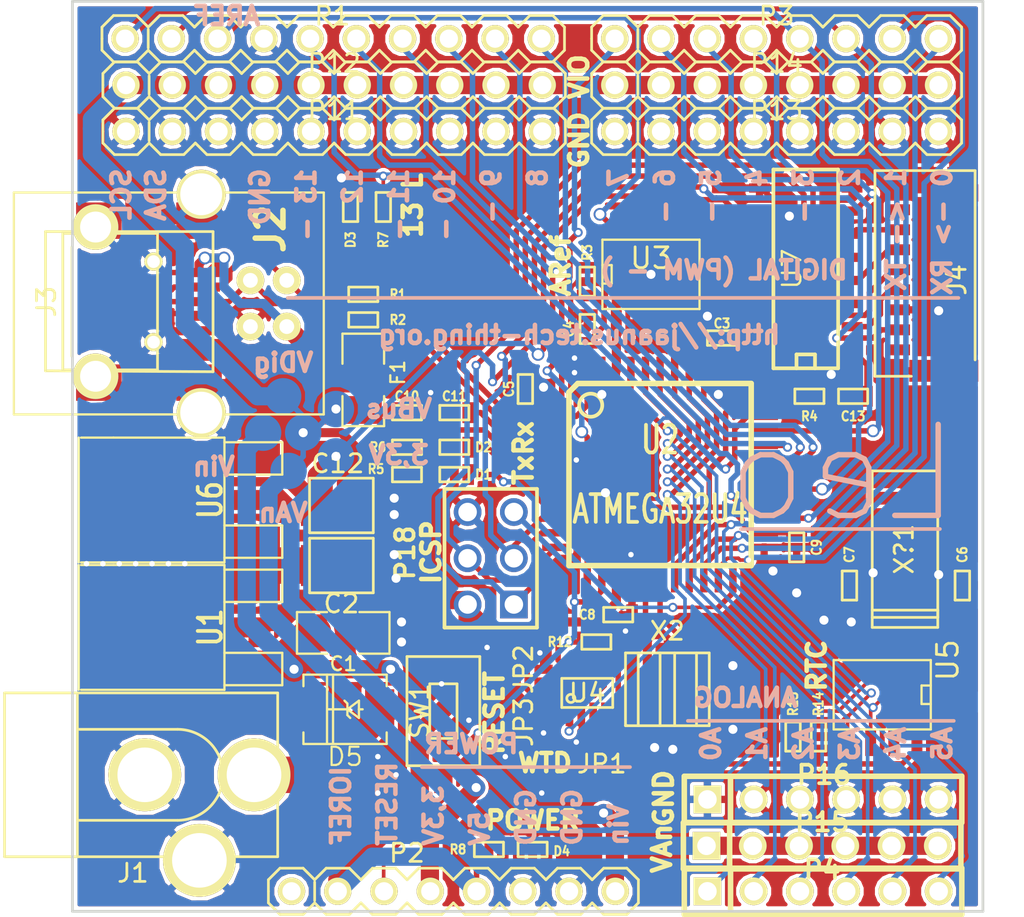
<source format=kicad_pcb>
(kicad_pcb (version 3) (host pcbnew "(2013-mar-13)-testing")
  (layers (15 F.Cu signal) (0 B.Cu signal) (18 B.Paste user hide) (19 F.Paste user hide) (20 B.SilkS user hide) (21 F.SilkS user) (22 B.Mask user hide) (23 F.Mask user hide) (28 Edge.Cuts user))
  (net 0 "")
  (net 1 +3.3V)
  (net 2 /ARef)
  (net 3 /CS)
  (net 4 /D+)
  (net 5 /D-)
  (net 6 /MISO)
  (net 7 /MOSI)
  (net 8 /RESET)
  (net 9 /SCK)
  (net 10 /SCL)
  (net 11 /SDA)
  (net 12 /VAn)
  (net 13 /VBus)
  (net 14 /VBus_in)
  (net 15 /VIO)
  (net 16 /Vin)
  (net 17 /WDT)
  (net 18 GND)
  (net 19 N-0000012)
  (net 20 N-0000013)
  (net 21 N-0000014)
  (net 22 N-0000015)
  (net 23 N-0000016)
  (net 24 N-0000017)
  (net 25 N-0000019)
  (net 26 N-000002)
  (net 27 N-0000020)
  (net 28 N-0000021)
  (net 29 N-0000022)
  (net 30 N-0000023)
  (net 31 N-0000024)
  (net 32 N-0000025)
  (net 33 N-0000026)
  (net 34 N-0000027)
  (net 35 N-0000028)
  (net 36 N-0000029)
  (net 37 N-0000030)
  (net 38 N-0000031)
  (net 39 N-0000032)
  (net 40 N-0000033)
  (net 41 N-0000034)
  (net 42 N-0000035)
  (net 43 N-0000037)
  (net 44 N-0000038)
  (net 45 N-0000039)
  (net 46 N-000004)
  (net 47 N-0000040)
  (net 48 N-0000043)
  (net 49 N-0000044)
  (net 50 N-0000045)
  (net 51 N-0000046)
  (net 52 N-0000047)
  (net 53 N-0000048)
  (net 54 N-0000049)
  (net 55 N-000005)
  (net 56 N-0000050)
  (net 57 N-0000051)
  (net 58 N-0000052)
  (net 59 N-0000053)
  (net 60 N-0000054)
  (net 61 N-0000055)
  (net 62 N-0000056)
  (net 63 N-0000057)
  (net 64 N-0000058)
  (net 65 N-000006)
  (net 66 N-0000062)
  (net 67 N-0000068)
  (net 68 N-0000069)
  (net 69 N-000007)
  (net 70 N-0000070)
  (net 71 N-000008)
  (net 72 N-000009)
  (net 73 VCC)
  (module Jumper3-solder (layer F.Cu) (at 128.6 87.4 90)
    (fp_text reference JP2 (at 0.7 -1.1 90) (layer F.SilkS))
    (fp_text value JUMPER3 hide)
    (pad 2 smd rect (at 0 0 90) (size 0.5 1) (layers F.Cu F.Paste F.Mask) (net 56 N-0000050))
    (pad 1 smd rect (at -0.7 0 90) (size 0.5 1) (layers F.Cu F.Paste F.Mask) (net 73 VCC))
    (pad 3 smd rect (at 0.7 0 90) (size 0.5 1) (layers F.Cu F.Paste F.Mask) (net 18 GND))
  )
  (module Jumper3-solder (layer F.Cu) (at 128.6 88.8 270)
    (fp_text reference JP3 (at 0.8 1.1 270) (layer F.SilkS))
    (fp_text value JUMPER3 hide)
    (pad 2 smd rect (at 0 0 270) (size 0.5 1) (layers F.Cu F.Paste F.Mask) (net 57 N-0000051))
    (pad 1 smd rect (at -0.7 0 270) (size 0.5 1) (layers F.Cu F.Paste F.Mask) (net 73 VCC))
    (pad 3 smd rect (at 0.7 0 270) (size 0.5 1) (layers F.Cu F.Paste F.Mask) (net 18 GND))
  )
  (module Jumper3-solder (layer F.Cu) (at 131.8 90.8 180)
    (fp_text reference JP1 (at 0 -1.1 180) (layer F.SilkS))
    (fp_text value JUMPER3 hide)
    (pad 2 smd rect (at 0 0 180) (size 0.5 1) (layers F.Cu F.Paste F.Mask) (net 63 N-0000057))
    (pad 1 smd rect (at -0.7 0 180) (size 0.5 1) (layers F.Cu F.Paste F.Mask) (net 73 VCC))
    (pad 3 smd rect (at 0.7 0 180) (size 0.5 1) (layers F.Cu F.Paste F.Mask) (net 18 GND))
  )
  (module RESONATOR (layer F.Cu) (at 135.4 87.8)
    (fp_text reference X2 (at 0 -3.2) (layer F.SilkS))
    (fp_text value RESONATOR hide)
    (pad 1 smd rect (at -1.95 0) (size 0.8 5.1) (layers F.Cu F.Paste F.Mask) (net 46 N-000004))
    (pad 2 smd rect (at 0 0) (size 1.3 5.1) (layers F.Cu F.Paste F.Mask) (net 18 GND))
    (pad 3 smd rect (at 1.95 0) (size 0.8 5.1) (layers F.Cu F.Paste F.Mask) (net 55 N-000005))
  )
  (module conn_8 (layer F.Cu) (at 123.65 98.9)
    (fp_text reference P2 (at -2.55 -2.1) (layer F.SilkS))
    (fp_text value CONN_8 hide)
    (pad 2 thru_hole circle (at -6.35 0) (size 1.5 1.5) (drill 1) (layers *.Cu *.Mask F.SilkS) (net 73 VCC))
    (pad 3 thru_hole circle (at -3.81 0) (size 1.5 1.5) (drill 1) (layers *.Cu *.Mask F.SilkS) (net 8 /RESET))
    (pad 4 thru_hole circle (at -1.27 0) (size 1.5 1.5) (drill 1) (layers *.Cu *.Mask F.SilkS) (net 1 +3.3V))
    (pad 5 thru_hole circle (at 1.27 0) (size 1.5 1.5) (drill 1) (layers *.Cu *.Mask F.SilkS) (net 73 VCC))
    (pad 6 thru_hole circle (at 3.81 0) (size 1.5 1.5) (drill 1) (layers *.Cu *.Mask F.SilkS) (net 18 GND))
    (pad 7 thru_hole circle (at 6.35 0) (size 1.5 1.5) (drill 1) (layers *.Cu *.Mask F.SilkS) (net 18 GND))
    (pad 8 thru_hole circle (at 8.89 0) (size 1.5 1.5) (drill 1) (layers *.Cu *.Mask F.SilkS) (net 16 /Vin))
    (pad 1 thru_hole circle (at -8.89 0) (size 1.5 1.5) (drill 1) (layers *.Cu *.Mask F.SilkS) (net 64 N-0000058))
  )
  (module conn_8 (layer F.Cu) (at 141.4 52.05)
    (fp_text reference P3 (at 0 -1.25) (layer F.SilkS))
    (fp_text value CONN_8 hide)
    (pad 2 thru_hole circle (at -6.35 0) (size 1.5 1.5) (drill 1) (layers *.Cu *.Mask F.SilkS) (net 47 N-0000040))
    (pad 3 thru_hole circle (at -3.81 0) (size 1.5 1.5) (drill 1) (layers *.Cu *.Mask F.SilkS) (net 3 /CS))
    (pad 4 thru_hole circle (at -1.27 0) (size 1.5 1.5) (drill 1) (layers *.Cu *.Mask F.SilkS) (net 45 N-0000039))
    (pad 5 thru_hole circle (at 1.27 0) (size 1.5 1.5) (drill 1) (layers *.Cu *.Mask F.SilkS) (net 10 /SCL))
    (pad 6 thru_hole circle (at 3.81 0) (size 1.5 1.5) (drill 1) (layers *.Cu *.Mask F.SilkS) (net 11 /SDA))
    (pad 7 thru_hole circle (at 6.35 0) (size 1.5 1.5) (drill 1) (layers *.Cu *.Mask F.SilkS) (net 44 N-0000038))
    (pad 8 thru_hole circle (at 8.89 0) (size 1.5 1.5) (drill 1) (layers *.Cu *.Mask F.SilkS) (net 43 N-0000037))
    (pad 1 thru_hole circle (at -8.89 0) (size 1.5 1.5) (drill 1) (layers *.Cu *.Mask F.SilkS) (net 41 N-0000034))
  )
  (module conn_6 (layer F.Cu) (at 143.95 98.9)
    (fp_text reference P4 (at -0.05 -1.2) (layer F.SilkS) (effects (font (size 1.016 1.016) (thickness 0.2032))))
    (fp_text value CONN_6 hide)
    (pad 1 thru_hole rect (at -6.35 0) (size 1.524 1.524) (drill 1.016) (layers *.Cu *.Mask F.SilkS) (net 36 N-0000029))
    (pad 2 thru_hole circle (at -3.81 0) (size 1.524 1.524) (drill 1.016) (layers *.Cu *.Mask F.SilkS) (net 37 N-0000030))
    (pad 3 thru_hole circle (at -1.27 0) (size 1.524 1.524) (drill 1.016) (layers *.Cu *.Mask F.SilkS) (net 38 N-0000031))
    (pad 4 thru_hole circle (at 1.27 0) (size 1.524 1.524) (drill 1.016) (layers *.Cu *.Mask F.SilkS) (net 39 N-0000032))
    (pad 5 thru_hole circle (at 3.81 0) (size 1.524 1.524) (drill 1.016) (layers *.Cu *.Mask F.SilkS) (net 40 N-0000033))
    (pad 6 thru_hole circle (at 6.35 0) (size 1.524 1.524) (drill 1.016) (layers *.Cu *.Mask F.SilkS) (net 35 N-0000028))
  )
  (module conn_10 (layer F.Cu) (at 117.05 52.05)
    (fp_text reference P1 (at -0.05 -1.25) (layer F.SilkS))
    (fp_text value CONN_10 hide)
    (pad 2 thru_hole circle (at -8.89 0) (size 1.5 1.5) (drill 1) (layers *.Cu *.Mask F.SilkS) (net 11 /SDA))
    (pad 3 thru_hole circle (at -6.35 0) (size 1.5 1.5) (drill 1) (layers *.Cu *.Mask F.SilkS) (net 2 /ARef))
    (pad 4 thru_hole circle (at -3.81 0) (size 1.5 1.5) (drill 1) (layers *.Cu *.Mask F.SilkS) (net 18 GND))
    (pad 5 thru_hole circle (at -1.27 0) (size 1.5 1.5) (drill 1) (layers *.Cu *.Mask F.SilkS) (net 17 /WDT))
    (pad 6 thru_hole circle (at 1.27 0) (size 1.5 1.5) (drill 1) (layers *.Cu *.Mask F.SilkS) (net 24 N-0000017))
    (pad 7 thru_hole circle (at 3.81 0) (size 1.5 1.5) (drill 1) (layers *.Cu *.Mask F.SilkS) (net 29 N-0000022))
    (pad 8 thru_hole circle (at 6.35 0) (size 1.5 1.5) (drill 1) (layers *.Cu *.Mask F.SilkS) (net 32 N-0000025))
    (pad 1 thru_hole circle (at -11.43 0) (size 1.5 1.5) (drill 1) (layers *.Cu *.Mask F.SilkS) (net 10 /SCL))
    (pad 9 thru_hole circle (at 8.89 0) (size 1.5 1.5) (drill 1) (layers *.Cu *.Mask F.SilkS) (net 31 N-0000024))
    (pad 10 thru_hole circle (at 11.43 0) (size 1.5 1.5) (drill 1) (layers *.Cu *.Mask F.SilkS) (net 30 N-0000023))
  )
  (module 0603 (layer F.Cu) (at 118.7 66.1)
    (fp_text reference R1 (at 1.9 0) (layer F.SilkS) (effects (font (size 0.508 0.4572) (thickness 0.1143))))
    (fp_text value 22 hide)
    (pad 1 smd rect (at -0.762 0) (size 0.635 1.143) (layers F.Cu F.Paste F.Mask) (net 5 /D-))
    (pad 2 smd rect (at 0.762 0) (size 0.635 1.143) (layers F.Cu F.Paste F.Mask) (net 68 N-0000069))
  )
  (module 0603 (layer F.Cu) (at 118.7 67.5 180)
    (fp_text reference R2 (at -1.9 0 180) (layer F.SilkS) (effects (font (size 0.508 0.4572) (thickness 0.1143))))
    (fp_text value 22 hide)
    (pad 1 smd rect (at -0.762 0 180) (size 0.635 1.143) (layers F.Cu F.Paste F.Mask) (net 67 N-0000068))
    (pad 2 smd rect (at 0.762 0 180) (size 0.635 1.143) (layers F.Cu F.Paste F.Mask) (net 4 /D+))
  )
  (module conn_8 (layer F.Cu) (at 141.4 54.6)
    (fp_text reference P14 (at 0 -1.2) (layer F.SilkS))
    (fp_text value CONN_8 hide)
    (pad 2 thru_hole circle (at -6.35 0) (size 1.5 1.5) (drill 1) (layers *.Cu *.Mask F.SilkS) (net 15 /VIO))
    (pad 3 thru_hole circle (at -3.81 0) (size 1.5 1.5) (drill 1) (layers *.Cu *.Mask F.SilkS) (net 15 /VIO))
    (pad 4 thru_hole circle (at -1.27 0) (size 1.5 1.5) (drill 1) (layers *.Cu *.Mask F.SilkS) (net 15 /VIO))
    (pad 5 thru_hole circle (at 1.27 0) (size 1.5 1.5) (drill 1) (layers *.Cu *.Mask F.SilkS) (net 15 /VIO))
    (pad 6 thru_hole circle (at 3.81 0) (size 1.5 1.5) (drill 1) (layers *.Cu *.Mask F.SilkS) (net 15 /VIO))
    (pad 7 thru_hole circle (at 6.35 0) (size 1.5 1.5) (drill 1) (layers *.Cu *.Mask F.SilkS) (net 15 /VIO))
    (pad 8 thru_hole circle (at 8.89 0) (size 1.5 1.5) (drill 1) (layers *.Cu *.Mask F.SilkS) (net 15 /VIO))
    (pad 1 thru_hole circle (at -8.89 0) (size 1.5 1.5) (drill 1) (layers *.Cu *.Mask F.SilkS) (net 15 /VIO))
  )
  (module conn_8 (layer F.Cu) (at 141.4 57.15)
    (fp_text reference P13 (at 0 -1.15) (layer F.SilkS))
    (fp_text value CONN_8 hide)
    (pad 2 thru_hole circle (at -6.35 0) (size 1.5 1.5) (drill 1) (layers *.Cu *.Mask F.SilkS) (net 18 GND))
    (pad 3 thru_hole circle (at -3.81 0) (size 1.5 1.5) (drill 1) (layers *.Cu *.Mask F.SilkS) (net 18 GND))
    (pad 4 thru_hole circle (at -1.27 0) (size 1.5 1.5) (drill 1) (layers *.Cu *.Mask F.SilkS) (net 18 GND))
    (pad 5 thru_hole circle (at 1.27 0) (size 1.5 1.5) (drill 1) (layers *.Cu *.Mask F.SilkS) (net 18 GND))
    (pad 6 thru_hole circle (at 3.81 0) (size 1.5 1.5) (drill 1) (layers *.Cu *.Mask F.SilkS) (net 18 GND))
    (pad 7 thru_hole circle (at 6.35 0) (size 1.5 1.5) (drill 1) (layers *.Cu *.Mask F.SilkS) (net 18 GND))
    (pad 8 thru_hole circle (at 8.89 0) (size 1.5 1.5) (drill 1) (layers *.Cu *.Mask F.SilkS) (net 18 GND))
    (pad 1 thru_hole circle (at -8.89 0) (size 1.5 1.5) (drill 1) (layers *.Cu *.Mask F.SilkS) (net 18 GND))
  )
  (module conn_6 (layer F.Cu) (at 143.9 96.4)
    (fp_text reference P15 (at 0 -1.3) (layer F.SilkS) (effects (font (size 1.016 1.016) (thickness 0.2032))))
    (fp_text value CONN_6 hide)
    (pad 1 thru_hole rect (at -6.35 0) (size 1.524 1.524) (drill 1.016) (layers *.Cu *.Mask F.SilkS) (net 12 /VAn))
    (pad 2 thru_hole circle (at -3.81 0) (size 1.524 1.524) (drill 1.016) (layers *.Cu *.Mask F.SilkS) (net 12 /VAn))
    (pad 3 thru_hole circle (at -1.27 0) (size 1.524 1.524) (drill 1.016) (layers *.Cu *.Mask F.SilkS) (net 12 /VAn))
    (pad 4 thru_hole circle (at 1.27 0) (size 1.524 1.524) (drill 1.016) (layers *.Cu *.Mask F.SilkS) (net 12 /VAn))
    (pad 5 thru_hole circle (at 3.81 0) (size 1.524 1.524) (drill 1.016) (layers *.Cu *.Mask F.SilkS) (net 12 /VAn))
    (pad 6 thru_hole circle (at 6.35 0) (size 1.524 1.524) (drill 1.016) (layers *.Cu *.Mask F.SilkS) (net 12 /VAn))
  )
  (module conn_6 (layer F.Cu) (at 143.95 93.85)
    (fp_text reference P16 (at 0.05 -1.35) (layer F.SilkS) (effects (font (size 1.016 1.016) (thickness 0.2032))))
    (fp_text value CONN_6 hide)
    (pad 1 thru_hole rect (at -6.35 0) (size 1.524 1.524) (drill 1.016) (layers *.Cu *.Mask F.SilkS) (net 18 GND))
    (pad 2 thru_hole circle (at -3.81 0) (size 1.524 1.524) (drill 1.016) (layers *.Cu *.Mask F.SilkS) (net 18 GND))
    (pad 3 thru_hole circle (at -1.27 0) (size 1.524 1.524) (drill 1.016) (layers *.Cu *.Mask F.SilkS) (net 18 GND))
    (pad 4 thru_hole circle (at 1.27 0) (size 1.524 1.524) (drill 1.016) (layers *.Cu *.Mask F.SilkS) (net 18 GND))
    (pad 5 thru_hole circle (at 3.81 0) (size 1.524 1.524) (drill 1.016) (layers *.Cu *.Mask F.SilkS) (net 18 GND))
    (pad 6 thru_hole circle (at 6.35 0) (size 1.524 1.524) (drill 1.016) (layers *.Cu *.Mask F.SilkS) (net 18 GND))
  )
  (module conn_10 (layer F.Cu) (at 117.1 54.6)
    (fp_text reference P12 (at 0 -1.2) (layer F.SilkS))
    (fp_text value CONN_10 hide)
    (pad 2 thru_hole circle (at -8.89 0) (size 1.5 1.5) (drill 1) (layers *.Cu *.Mask F.SilkS) (net 15 /VIO))
    (pad 3 thru_hole circle (at -6.35 0) (size 1.5 1.5) (drill 1) (layers *.Cu *.Mask F.SilkS) (net 15 /VIO))
    (pad 4 thru_hole circle (at -3.81 0) (size 1.5 1.5) (drill 1) (layers *.Cu *.Mask F.SilkS) (net 15 /VIO))
    (pad 5 thru_hole circle (at -1.27 0) (size 1.5 1.5) (drill 1) (layers *.Cu *.Mask F.SilkS) (net 15 /VIO))
    (pad 6 thru_hole circle (at 1.27 0) (size 1.5 1.5) (drill 1) (layers *.Cu *.Mask F.SilkS) (net 15 /VIO))
    (pad 7 thru_hole circle (at 3.81 0) (size 1.5 1.5) (drill 1) (layers *.Cu *.Mask F.SilkS) (net 15 /VIO))
    (pad 8 thru_hole circle (at 6.35 0) (size 1.5 1.5) (drill 1) (layers *.Cu *.Mask F.SilkS) (net 15 /VIO))
    (pad 1 thru_hole circle (at -11.43 0) (size 1.5 1.5) (drill 1) (layers *.Cu *.Mask F.SilkS) (net 15 /VIO))
    (pad 9 thru_hole circle (at 8.89 0) (size 1.5 1.5) (drill 1) (layers *.Cu *.Mask F.SilkS) (net 15 /VIO))
    (pad 10 thru_hole circle (at 11.43 0) (size 1.5 1.5) (drill 1) (layers *.Cu *.Mask F.SilkS) (net 15 /VIO))
  )
  (module conn_10 (layer F.Cu) (at 117.1 57.15)
    (fp_text reference P11 (at 0 -1.15) (layer F.SilkS))
    (fp_text value CONN_10 hide)
    (pad 2 thru_hole circle (at -8.89 0) (size 1.5 1.5) (drill 1) (layers *.Cu *.Mask F.SilkS) (net 18 GND))
    (pad 3 thru_hole circle (at -6.35 0) (size 1.5 1.5) (drill 1) (layers *.Cu *.Mask F.SilkS) (net 18 GND))
    (pad 4 thru_hole circle (at -3.81 0) (size 1.5 1.5) (drill 1) (layers *.Cu *.Mask F.SilkS) (net 18 GND))
    (pad 5 thru_hole circle (at -1.27 0) (size 1.5 1.5) (drill 1) (layers *.Cu *.Mask F.SilkS) (net 18 GND))
    (pad 6 thru_hole circle (at 1.27 0) (size 1.5 1.5) (drill 1) (layers *.Cu *.Mask F.SilkS) (net 18 GND))
    (pad 7 thru_hole circle (at 3.81 0) (size 1.5 1.5) (drill 1) (layers *.Cu *.Mask F.SilkS) (net 18 GND))
    (pad 8 thru_hole circle (at 6.35 0) (size 1.5 1.5) (drill 1) (layers *.Cu *.Mask F.SilkS) (net 18 GND))
    (pad 1 thru_hole circle (at -11.43 0) (size 1.5 1.5) (drill 1) (layers *.Cu *.Mask F.SilkS) (net 18 GND))
    (pad 9 thru_hole circle (at 8.89 0) (size 1.5 1.5) (drill 1) (layers *.Cu *.Mask F.SilkS) (net 18 GND))
    (pad 10 thru_hole circle (at 11.43 0) (size 1.5 1.5) (drill 1) (layers *.Cu *.Mask F.SilkS) (net 18 GND))
  )
  (module 1206 (layer F.Cu) (at 118.7 70.8 270)
    (fp_text reference F1 (at -0.4 -1.9 270) (layer F.SilkS) (effects (font (size 0.762 0.762) (thickness 0.127))))
    (fp_text value FUSE hide)
    (pad 1 smd rect (at -1.651 0 270) (size 1.524 2.032) (layers F.Cu F.Paste F.Mask) (net 14 /VBus_in))
    (pad 2 smd rect (at 1.651 0 270) (size 1.524 2.032) (layers F.Cu F.Paste F.Mask) (net 13 /VBus))
  )
  (module 1206 (layer F.Cu) (at 117.6 84.7)
    (fp_text reference C1 (at 0 1.7) (layer F.SilkS) (effects (font (size 0.762 0.762) (thickness 0.127))))
    (fp_text value 10u hide)
    (pad 1 smd rect (at -1.651 0) (size 1.524 2.032) (layers F.Cu F.Paste F.Mask) (net 16 /Vin))
    (pad 2 smd rect (at 1.651 0) (size 1.524 2.032) (layers F.Cu F.Paste F.Mask) (net 18 GND))
  )
  (module conn_USB_mini_micro (layer F.Cu) (at 104 66.5)
    (fp_text reference J3 (at -2.7 0 90) (layer F.SilkS))
    (fp_text value CONN_USB_MICRO hide)
    (pad 1 smd rect (at 2.855 -1.3) (size 1.35 0.4) (layers F.Cu F.Paste F.Mask) (net 14 /VBus_in))
    (pad 2 smd rect (at 2.855 -0.65) (size 1.35 0.4) (layers F.Cu F.Paste F.Mask) (net 5 /D-))
    (pad 3 smd rect (at 2.855 0) (size 1.35 0.4) (layers F.Cu F.Paste F.Mask) (net 4 /D+))
    (pad 4 smd rect (at 2.855 0.65) (size 1.35 0.4) (layers F.Cu F.Paste F.Mask) (net 66 N-0000062))
    (pad 5 smd rect (at 2.855 1.3) (size 1.35 0.4) (layers F.Cu F.Paste F.Mask) (net 18 GND))
    (pad 6 thru_hole circle (at 3.18 2.225) (size 1 1) (drill 0.7) (layers *.Cu *.Mask F.SilkS) (net 18 GND))
    (pad 6 thru_hole circle (at 3.18 -2.2) (size 1 1) (drill 0.7) (layers *.Cu *.Mask F.SilkS) (net 18 GND))
    (pad 6 thru_hole circle (at 0 4.1) (size 2.5 2.5) (drill 1.7) (layers *.Cu *.Mask F.SilkS) (net 18 GND))
    (pad 6 thru_hole circle (at 0 -4.1) (size 2.5 2.5) (drill 1.7) (layers *.Cu *.Mask F.SilkS) (net 18 GND))
    (pad 6 smd rect (at 0.2 1.15) (size 1.8 1.8) (layers F.Cu F.Paste F.Mask) (net 18 GND))
    (pad 6 smd rect (at 0.2 -1.15) (size 1.8 1.8) (layers F.Cu F.Paste F.Mask) (net 18 GND))
    (pad 1 smd rect (at 5.68 -1.6) (size 2.3 0.5) (layers F.Cu F.Paste F.Mask) (net 14 /VBus_in))
    (pad 2 smd rect (at 5.68 -0.8) (size 2.3 0.5) (layers F.Cu F.Paste F.Mask) (net 5 /D-))
    (pad 3 smd rect (at 5.68 0) (size 2.3 0.5) (layers F.Cu F.Paste F.Mask) (net 4 /D+))
    (pad 4 smd rect (at 5.68 0.8) (size 2.3 0.5) (layers F.Cu F.Paste F.Mask) (net 66 N-0000062))
    (pad 5 smd rect (at 5.68 1.6) (size 2.3 0.5) (layers F.Cu F.Paste F.Mask) (net 18 GND))
    (pad 6 smd rect (at 5.68 4.45) (size 2.5 2) (layers F.Cu F.Paste F.Mask) (net 18 GND))
    (pad 6 smd rect (at 5.68 -4.45) (size 2.5 2) (layers F.Cu F.Paste F.Mask) (net 18 GND))
    (pad 6 smd rect (at 0.18 -4.45) (size 2.5 2) (layers F.Cu F.Paste F.Mask) (net 18 GND))
    (pad 6 smd rect (at 0.18 4.45) (size 2.5 2) (layers F.Cu F.Paste F.Mask) (net 18 GND))
  )
  (module conn_1_smd_round (layer B.Cu) (at 117.2 72.4)
    (fp_text reference P9 hide)
    (fp_text value CONN_1 hide)
    (pad 1 smd circle (at 0 0) (size 2 2) (layers B.Cu B.Mask) (net 13 /VBus))
  )
  (module conn_1_smd_round (layer B.Cu) (at 115.4 73.7)
    (fp_text reference P8 hide)
    (fp_text value CONN_1 hide)
    (pad 1 smd circle (at 0 0) (size 2 2) (layers B.Cu B.Mask) (net 73 VCC))
  )
  (module conn_1_smd_round (layer B.Cu) (at 117.2 75)
    (fp_text reference P10 hide)
    (fp_text value CONN_1 hide)
    (pad 1 smd circle (at 0 0) (size 2 2) (layers B.Cu B.Mask) (net 1 +3.3V))
  )
  (module conn_1_smd_round (layer B.Cu) (at 114.6 75.8)
    (fp_text reference P7 hide)
    (fp_text value CONN_1 hide)
    (pad 1 smd circle (at 0 0) (size 2 2) (layers B.Cu B.Mask) (net 12 /VAn))
  )
  (module conn_1_smd_round (layer B.Cu) (at 113.2 73.7)
    (fp_text reference P5 hide)
    (fp_text value CONN_1 hide)
    (pad 1 smd circle (at 0 0) (size 2 2) (layers B.Cu B.Mask) (net 16 /Vin))
  )
  (module conn_1_smd_round (layer B.Cu) (at 114.3 71.7)
    (fp_text reference P6 hide)
    (fp_text value CONN_1 hide)
    (pad 1 smd circle (at 0 0) (size 2 2) (layers B.Cu B.Mask) (net 15 /VIO))
  )
  (module 0603 (layer F.Cu) (at 138.4 68.5)
    (fp_text reference C3 (at 0 -0.8) (layer F.SilkS) (effects (font (size 0.508 0.4572) (thickness 0.1143))))
    (fp_text value 100n hide)
    (pad 1 smd rect (at -0.762 0) (size 0.635 1.143) (layers F.Cu F.Paste F.Mask) (net 18 GND))
    (pad 2 smd rect (at 0.762 0) (size 0.635 1.143) (layers F.Cu F.Paste F.Mask) (net 73 VCC))
  )
  (module 0603 (layer F.Cu) (at 131 68 270)
    (fp_text reference C4 (at 0 1 270) (layer F.SilkS) (effects (font (size 0.508 0.4572) (thickness 0.1143))))
    (fp_text value 100n hide)
    (pad 1 smd rect (at -0.762 0 270) (size 0.635 1.143) (layers F.Cu F.Paste F.Mask) (net 18 GND))
    (pad 2 smd rect (at 0.762 0 270) (size 0.635 1.143) (layers F.Cu F.Paste F.Mask) (net 73 VCC))
  )
  (module 0603 (layer F.Cu) (at 127.6 71.3 270)
    (fp_text reference C5 (at 0 0.9 270) (layer F.SilkS) (effects (font (size 0.508 0.4572) (thickness 0.1143))))
    (fp_text value 100n hide)
    (pad 1 smd rect (at -0.762 0 270) (size 0.635 1.143) (layers F.Cu F.Paste F.Mask) (net 18 GND))
    (pad 2 smd rect (at 0.762 0 270) (size 0.635 1.143) (layers F.Cu F.Paste F.Mask) (net 73 VCC))
  )
  (module 0603 (layer F.Cu) (at 132.7 83.7 180)
    (fp_text reference C8 (at 1.7 0 180) (layer F.SilkS) (effects (font (size 0.508 0.4572) (thickness 0.1143))))
    (fp_text value 100n hide)
    (pad 1 smd rect (at -0.762 0 180) (size 0.635 1.143) (layers F.Cu F.Paste F.Mask) (net 18 GND))
    (pad 2 smd rect (at 0.762 0 180) (size 0.635 1.143) (layers F.Cu F.Paste F.Mask) (net 73 VCC))
  )
  (module 0603 (layer F.Cu) (at 142.5 80 90)
    (fp_text reference C9 (at 0 1.1 90) (layer F.SilkS) (effects (font (size 0.508 0.4572) (thickness 0.1143))))
    (fp_text value 100n hide)
    (pad 1 smd rect (at -0.762 0 90) (size 0.635 1.143) (layers F.Cu F.Paste F.Mask) (net 18 GND))
    (pad 2 smd rect (at 0.762 0 90) (size 0.635 1.143) (layers F.Cu F.Paste F.Mask) (net 73 VCC))
  )
  (module 0603 (layer F.Cu) (at 121.1 72.6 180)
    (fp_text reference C10 (at 0 0.9 180) (layer F.SilkS) (effects (font (size 0.508 0.4572) (thickness 0.1143))))
    (fp_text value 100n hide)
    (pad 1 smd rect (at -0.762 0 180) (size 0.635 1.143) (layers F.Cu F.Paste F.Mask) (net 18 GND))
    (pad 2 smd rect (at 0.762 0 180) (size 0.635 1.143) (layers F.Cu F.Paste F.Mask) (net 13 /VBus))
  )
  (module 0603 (layer F.Cu) (at 123.7 72.6)
    (fp_text reference C11 (at 0 -0.9) (layer F.SilkS) (effects (font (size 0.508 0.4572) (thickness 0.1143))))
    (fp_text value 1u hide)
    (pad 1 smd rect (at -0.762 0) (size 0.635 1.143) (layers F.Cu F.Paste F.Mask) (net 18 GND))
    (pad 2 smd rect (at 0.762 0) (size 0.635 1.143) (layers F.Cu F.Paste F.Mask) (net 70 N-0000070))
  )
  (module 0603 (layer F.Cu) (at 123.7 76)
    (fp_text reference D1 (at 1.6 0) (layer F.SilkS) (effects (font (size 0.508 0.4572) (thickness 0.1143))))
    (fp_text value TxLED hide)
    (pad 1 smd rect (at -0.762 0) (size 0.635 1.143) (layers F.Cu F.Paste F.Mask) (net 71 N-000008))
    (pad 2 smd rect (at 0.762 0) (size 0.635 1.143) (layers F.Cu F.Paste F.Mask) (net 72 N-000009))
  )
  (module 0603 (layer F.Cu) (at 123.7 74.5)
    (fp_text reference D2 (at 1.6 0) (layer F.SilkS) (effects (font (size 0.508 0.4572) (thickness 0.1143))))
    (fp_text value RxLED hide)
    (pad 1 smd rect (at -0.762 0) (size 0.635 1.143) (layers F.Cu F.Paste F.Mask) (net 28 N-0000021))
    (pad 2 smd rect (at 0.762 0) (size 0.635 1.143) (layers F.Cu F.Paste F.Mask) (net 27 N-0000020))
  )
  (module 0603 (layer F.Cu) (at 118 61.3 90)
    (fp_text reference D3 (at -1.8 0 90) (layer F.SilkS) (effects (font (size 0.508 0.4572) (thickness 0.1143))))
    (fp_text value LED hide)
    (pad 1 smd rect (at -0.762 0 90) (size 0.635 1.143) (layers F.Cu F.Paste F.Mask) (net 65 N-000006))
    (pad 2 smd rect (at 0.762 0 90) (size 0.635 1.143) (layers F.Cu F.Paste F.Mask) (net 18 GND))
  )
  (module 0603 (layer F.Cu) (at 128 96.6)
    (fp_text reference D4 (at 1.6 0.1) (layer F.SilkS) (effects (font (size 0.508 0.4572) (thickness 0.1143))))
    (fp_text value TxLED hide)
    (pad 1 smd rect (at -0.762 0) (size 0.635 1.143) (layers F.Cu F.Paste F.Mask) (net 26 N-000002))
    (pad 2 smd rect (at 0.762 0) (size 0.635 1.143) (layers F.Cu F.Paste F.Mask) (net 18 GND))
  )
  (module 0603 (layer F.Cu) (at 131 65.4 90)
    (fp_text reference R3 (at 1.6 0 90) (layer F.SilkS) (effects (font (size 0.508 0.4572) (thickness 0.1143))))
    (fp_text value 680 hide)
    (pad 1 smd rect (at -0.762 0 90) (size 0.635 1.143) (layers F.Cu F.Paste F.Mask) (net 73 VCC))
    (pad 2 smd rect (at 0.762 0 90) (size 0.635 1.143) (layers F.Cu F.Paste F.Mask) (net 2 /ARef))
  )
  (module 0603 (layer F.Cu) (at 143.2 71.7)
    (fp_text reference R4 (at 0 1.1) (layer F.SilkS) (effects (font (size 0.508 0.4572) (thickness 0.1143))))
    (fp_text value 10k hide)
    (pad 1 smd rect (at -0.762 0) (size 0.635 1.143) (layers F.Cu F.Paste F.Mask) (net 42 N-0000035))
    (pad 2 smd rect (at 0.762 0) (size 0.635 1.143) (layers F.Cu F.Paste F.Mask) (net 18 GND))
  )
  (module 0603 (layer F.Cu) (at 121.1 76 180)
    (fp_text reference R5 (at 1.7 0.3 180) (layer F.SilkS) (effects (font (size 0.508 0.4572) (thickness 0.1143))))
    (fp_text value 1k hide)
    (pad 1 smd rect (at -0.762 0 180) (size 0.635 1.143) (layers F.Cu F.Paste F.Mask) (net 71 N-000008))
    (pad 2 smd rect (at 0.762 0 180) (size 0.635 1.143) (layers F.Cu F.Paste F.Mask) (net 73 VCC))
  )
  (module 0603 (layer F.Cu) (at 121.1 74.5 180)
    (fp_text reference R6 (at 1.6 0 180) (layer F.SilkS) (effects (font (size 0.508 0.4572) (thickness 0.1143))))
    (fp_text value 1k hide)
    (pad 1 smd rect (at -0.762 0 180) (size 0.635 1.143) (layers F.Cu F.Paste F.Mask) (net 28 N-0000021))
    (pad 2 smd rect (at 0.762 0 180) (size 0.635 1.143) (layers F.Cu F.Paste F.Mask) (net 73 VCC))
  )
  (module 0603 (layer F.Cu) (at 119.8 61.3 270)
    (fp_text reference R7 (at 1.8 0 270) (layer F.SilkS) (effects (font (size 0.508 0.4572) (thickness 0.1143))))
    (fp_text value 1k hide)
    (pad 1 smd rect (at -0.762 0 270) (size 0.635 1.143) (layers F.Cu F.Paste F.Mask) (net 17 /WDT))
    (pad 2 smd rect (at 0.762 0 270) (size 0.635 1.143) (layers F.Cu F.Paste F.Mask) (net 65 N-000006))
  )
  (module 0603 (layer F.Cu) (at 125.6 96.6 180)
    (fp_text reference R8 (at 1.7 0 180) (layer F.SilkS) (effects (font (size 0.508 0.4572) (thickness 0.1143))))
    (fp_text value 1k hide)
    (pad 1 smd rect (at -0.762 0 180) (size 0.635 1.143) (layers F.Cu F.Paste F.Mask) (net 26 N-000002))
    (pad 2 smd rect (at 0.762 0 180) (size 0.635 1.143) (layers F.Cu F.Paste F.Mask) (net 73 VCC))
  )
  (module TQFP44 (layer F.Cu) (at 135 76)
    (fp_text reference U2 (at 0 -1.905) (layer F.SilkS) (effects (font (size 1.524 1.016) (thickness 0.2032))))
    (fp_text value ATMEGA32U4 (at 0 1.905) (layer F.SilkS) (effects (font (size 1.524 1.016) (thickness 0.2032))))
    (pad 39 smd rect (at 0 -5.715) (size 0.4064 1.524) (layers F.Cu F.Paste F.Mask) (net 39 N-0000032))
    (pad 40 smd rect (at -0.8001 -5.715) (size 0.4064 1.524) (layers F.Cu F.Paste F.Mask) (net 40 N-0000033))
    (pad 41 smd rect (at -1.6002 -5.715) (size 0.4064 1.524) (layers F.Cu F.Paste F.Mask) (net 35 N-0000028))
    (pad 42 smd rect (at -2.4003 -5.715) (size 0.4064 1.524) (layers F.Cu F.Paste F.Mask) (net 2 /ARef))
    (pad 43 smd rect (at -3.2004 -5.715) (size 0.4064 1.524) (layers F.Cu F.Paste F.Mask) (net 18 GND))
    (pad 44 smd rect (at -4.0005 -5.715) (size 0.4064 1.524) (layers F.Cu F.Paste F.Mask) (net 73 VCC))
    (pad 38 smd rect (at 0.8001 -5.715) (size 0.4064 1.524) (layers F.Cu F.Paste F.Mask) (net 38 N-0000031))
    (pad 37 smd rect (at 1.6002 -5.715) (size 0.4064 1.524) (layers F.Cu F.Paste F.Mask) (net 37 N-0000030))
    (pad 36 smd rect (at 2.4003 -5.715) (size 0.4064 1.524) (layers F.Cu F.Paste F.Mask) (net 36 N-0000029))
    (pad 35 smd rect (at 3.2004 -5.715) (size 0.4064 1.524) (layers F.Cu F.Paste F.Mask) (net 18 GND))
    (pad 34 smd rect (at 4.0005 -5.715) (size 0.4064 1.524) (layers F.Cu F.Paste F.Mask) (net 73 VCC))
    (pad 17 smd rect (at 0 5.715) (size 0.4064 1.524) (layers F.Cu F.Paste F.Mask) (net 55 N-000005))
    (pad 16 smd rect (at -0.8001 5.715) (size 0.4064 1.524) (layers F.Cu F.Paste F.Mask) (net 46 N-000004))
    (pad 15 smd rect (at -1.6002 5.715) (size 0.4064 1.524) (layers F.Cu F.Paste F.Mask) (net 18 GND))
    (pad 14 smd rect (at -2.4003 5.715) (size 0.4064 1.524) (layers F.Cu F.Paste F.Mask) (net 73 VCC))
    (pad 13 smd rect (at -3.2004 5.715) (size 0.4064 1.524) (layers F.Cu F.Paste F.Mask) (net 8 /RESET))
    (pad 12 smd rect (at -4.0005 5.715) (size 0.4064 1.524) (layers F.Cu F.Paste F.Mask) (net 29 N-0000022))
    (pad 18 smd rect (at 0.8001 5.715) (size 0.4064 1.524) (layers F.Cu F.Paste F.Mask) (net 10 /SCL))
    (pad 19 smd rect (at 1.6002 5.715) (size 0.4064 1.524) (layers F.Cu F.Paste F.Mask) (net 11 /SDA))
    (pad 20 smd rect (at 2.4003 5.715) (size 0.4064 1.524) (layers F.Cu F.Paste F.Mask) (net 43 N-0000037))
    (pad 21 smd rect (at 3.2004 5.715) (size 0.4064 1.524) (layers F.Cu F.Paste F.Mask) (net 44 N-0000038))
    (pad 22 smd rect (at 4.0005 5.715) (size 0.4064 1.524) (layers F.Cu F.Paste F.Mask) (net 72 N-000009))
    (pad 6 smd rect (at -5.715 0) (size 1.524 0.4064) (layers F.Cu F.Paste F.Mask) (net 70 N-0000070))
    (pad 28 smd rect (at 5.715 0) (size 1.524 0.4064) (layers F.Cu F.Paste F.Mask) (net 30 N-0000023))
    (pad 7 smd rect (at -5.715 0.8001) (size 1.524 0.4064) (layers F.Cu F.Paste F.Mask) (net 13 /VBus))
    (pad 27 smd rect (at 5.715 0.8001) (size 1.524 0.4064) (layers F.Cu F.Paste F.Mask) (net 47 N-0000040))
    (pad 26 smd rect (at 5.715 1.6002) (size 1.524 0.4064) (layers F.Cu F.Paste F.Mask) (net 24 N-0000017))
    (pad 8 smd rect (at -5.715 1.6002) (size 1.524 0.4064) (layers F.Cu F.Paste F.Mask) (net 27 N-0000020))
    (pad 9 smd rect (at -5.715 2.4003) (size 1.524 0.4064) (layers F.Cu F.Paste F.Mask) (net 9 /SCK))
    (pad 25 smd rect (at 5.715 2.4003) (size 1.524 0.4064) (layers F.Cu F.Paste F.Mask) (net 45 N-0000039))
    (pad 24 smd rect (at 5.715 3.2004) (size 1.524 0.4064) (layers F.Cu F.Paste F.Mask) (net 73 VCC))
    (pad 10 smd rect (at -5.715 3.2004) (size 1.524 0.4064) (layers F.Cu F.Paste F.Mask) (net 7 /MOSI))
    (pad 11 smd rect (at -5.715 4.0005) (size 1.524 0.4064) (layers F.Cu F.Paste F.Mask) (net 6 /MISO))
    (pad 23 smd rect (at 5.715 4.0005) (size 1.524 0.4064) (layers F.Cu F.Paste F.Mask) (net 18 GND))
    (pad 29 smd rect (at 5.715 -0.8001) (size 1.524 0.4064) (layers F.Cu F.Paste F.Mask) (net 31 N-0000024))
    (pad 5 smd rect (at -5.715 -0.8001) (size 1.524 0.4064) (layers F.Cu F.Paste F.Mask) (net 18 GND))
    (pad 4 smd rect (at -5.715 -1.6002) (size 1.524 0.4064) (layers F.Cu F.Paste F.Mask) (net 67 N-0000068))
    (pad 30 smd rect (at 5.715 -1.6002) (size 1.524 0.4064) (layers F.Cu F.Paste F.Mask) (net 32 N-0000025))
    (pad 31 smd rect (at 5.715 -2.4003) (size 1.524 0.4064) (layers F.Cu F.Paste F.Mask) (net 3 /CS))
    (pad 3 smd rect (at -5.715 -2.4003) (size 1.524 0.4064) (layers F.Cu F.Paste F.Mask) (net 68 N-0000069))
    (pad 2 smd rect (at -5.715 -3.2004) (size 1.524 0.4064) (layers F.Cu F.Paste F.Mask) (net 73 VCC))
    (pad 32 smd rect (at 5.715 -3.2004) (size 1.524 0.4064) (layers F.Cu F.Paste F.Mask) (net 17 /WDT))
    (pad 33 smd rect (at 5.715 -4.0005) (size 1.524 0.4064) (layers F.Cu F.Paste F.Mask) (net 42 N-0000035))
    (pad 1 smd rect (at -5.715 -4.0005) (size 1.524 0.4064) (layers F.Cu F.Paste F.Mask) (net 41 N-0000034))
  )
  (module conn_1_smd_round (layer F.Cu) (at 151.2 88.5)
    (fp_text reference P17 hide)
    (fp_text value CONN_1 hide)
    (pad 1 smd circle (at 0 0) (size 2 2) (layers F.Cu F.Mask) (net 25 N-0000019))
  )
  (module 0603 (layer F.Cu) (at 131.5 85.2 180)
    (fp_text reference R12 (at 2 0 180) (layer F.SilkS) (effects (font (size 0.508 0.4572) (thickness 0.1143))))
    (fp_text value R hide)
    (pad 1 smd rect (at -0.762 0 180) (size 0.635 1.143) (layers F.Cu F.Paste F.Mask) (net 73 VCC))
    (pad 2 smd rect (at 0.762 0 180) (size 0.635 1.143) (layers F.Cu F.Paste F.Mask) (net 8 /RESET))
  )
  (module 0603 (layer F.Cu) (at 142.3 90.4 90)
    (fp_text reference R13 (at 1.8 0 90) (layer F.SilkS) (effects (font (size 0.508 0.4572) (thickness 0.1143))))
    (fp_text value R hide)
    (pad 1 smd rect (at -0.762 0 90) (size 0.635 1.143) (layers F.Cu F.Paste F.Mask) (net 73 VCC))
    (pad 2 smd rect (at 0.762 0 90) (size 0.635 1.143) (layers F.Cu F.Paste F.Mask) (net 10 /SCL))
  )
  (module 0603 (layer F.Cu) (at 143.7 90.4 90)
    (fp_text reference R14 (at 1.8 0 90) (layer F.SilkS) (effects (font (size 0.508 0.4572) (thickness 0.1143))))
    (fp_text value R hide)
    (pad 1 smd rect (at -0.762 0 90) (size 0.635 1.143) (layers F.Cu F.Paste F.Mask) (net 73 VCC))
    (pad 2 smd rect (at 0.762 0 90) (size 0.635 1.143) (layers F.Cu F.Paste F.Mask) (net 11 /SDA))
  )
  (module 0603 (layer F.Cu) (at 151.6 82.1 270)
    (fp_text reference C6 (at -1.7 0 270) (layer F.SilkS) (effects (font (size 0.508 0.4572) (thickness 0.1143))))
    (fp_text value 10p hide)
    (pad 1 smd rect (at -0.762 0 270) (size 0.635 1.143) (layers F.Cu F.Paste F.Mask) (net 18 GND))
    (pad 2 smd rect (at 0.762 0 270) (size 0.635 1.143) (layers F.Cu F.Paste F.Mask) (net 21 N-0000014))
  )
  (module 0603 (layer F.Cu) (at 145.4 82.1 90)
    (fp_text reference C7 (at 1.7 0 90) (layer F.SilkS) (effects (font (size 0.508 0.4572) (thickness 0.1143))))
    (fp_text value 10p hide)
    (pad 1 smd rect (at -0.762 0 90) (size 0.635 1.143) (layers F.Cu F.Paste F.Mask) (net 22 N-0000015))
    (pad 2 smd rect (at 0.762 0 90) (size 0.635 1.143) (layers F.Cu F.Paste F.Mask) (net 18 GND))
  )
  (module SO16E (layer F.Cu) (at 143 64.7 90)
    (fp_text reference U7 (at 0 -0.762 90) (layer F.SilkS) (effects (font (size 1.016 1.143) (thickness 0.127))))
    (fp_text value 74HC4050D hide)
    (pad 1 smd rect (at -4.445 2.54 90) (size 0.508 1.143) (layers F.Cu F.Paste F.Mask) (net 1 +3.3V))
    (pad 2 smd rect (at -3.175 2.54 90) (size 0.508 1.143) (layers F.Cu F.Paste F.Mask) (net 50 N-0000045))
    (pad 3 smd rect (at -1.905 2.54 90) (size 0.508 1.143) (layers F.Cu F.Paste F.Mask) (net 9 /SCK))
    (pad 4 smd rect (at -0.635 2.54 90) (size 0.508 1.143) (layers F.Cu F.Paste F.Mask) (net 49 N-0000044))
    (pad 5 smd rect (at 0.635 2.54 90) (size 0.508 1.143) (layers F.Cu F.Paste F.Mask) (net 7 /MOSI))
    (pad 6 smd rect (at 1.905 2.54 90) (size 0.508 1.143) (layers F.Cu F.Paste F.Mask) (net 48 N-0000043))
    (pad 7 smd rect (at 3.175 2.54 90) (size 0.508 1.143) (layers F.Cu F.Paste F.Mask) (net 3 /CS))
    (pad 8 smd rect (at 4.445 2.54 90) (size 0.508 1.143) (layers F.Cu F.Paste F.Mask) (net 18 GND))
    (pad 9 smd rect (at 4.445 -2.54 90) (size 0.508 1.143) (layers F.Cu F.Paste F.Mask) (net 18 GND))
    (pad 10 smd rect (at 3.175 -2.54 90) (size 0.508 1.143) (layers F.Cu F.Paste F.Mask) (net 58 N-0000052))
    (pad 11 smd rect (at 1.905 -2.54 90) (size 0.508 1.143) (layers F.Cu F.Paste F.Mask) (net 18 GND))
    (pad 12 smd rect (at 0.635 -2.54 90) (size 0.508 1.143) (layers F.Cu F.Paste F.Mask) (net 60 N-0000054))
    (pad 13 smd rect (at -0.635 -2.54 90) (size 0.508 1.143) (layers F.Cu F.Paste F.Mask) (net 61 N-0000055))
    (pad 14 smd rect (at -1.905 -2.54 90) (size 0.508 1.143) (layers F.Cu F.Paste F.Mask) (net 18 GND))
    (pad 15 smd rect (at -3.175 -2.54 90) (size 0.508 1.143) (layers F.Cu F.Paste F.Mask) (net 62 N-0000056))
    (pad 16 smd rect (at -4.445 -2.54 90) (size 0.508 1.143) (layers F.Cu F.Paste F.Mask) (net 59 N-0000053))
  )
  (module conn_3x2 (layer F.Cu) (at 125.7 80.6 90)
    (fp_text reference P18 (at 0.3 -4.7 90) (layer F.SilkS) (effects (font (size 1.016 1.016) (thickness 0.2032))))
    (fp_text value CONN_3X2 hide)
    (pad 1 thru_hole rect (at -2.54 1.27 90) (size 1.524 1.524) (drill 1.016) (layers *.Cu *.Mask) (net 6 /MISO))
    (pad 2 thru_hole circle (at -2.54 -1.27 90) (size 1.524 1.524) (drill 1.016) (layers *.Cu *.Mask) (net 73 VCC))
    (pad 3 thru_hole circle (at 0 1.27 90) (size 1.524 1.524) (drill 1.016) (layers *.Cu *.Mask) (net 9 /SCK))
    (pad 4 thru_hole circle (at 0 -1.27 90) (size 1.524 1.524) (drill 1.016) (layers *.Cu *.Mask) (net 7 /MOSI))
    (pad 5 thru_hole circle (at 2.54 1.27 90) (size 1.524 1.524) (drill 1.016) (layers *.Cu *.Mask) (net 8 /RESET))
    (pad 6 thru_hole circle (at 2.54 -1.27 90) (size 1.524 1.524) (drill 1.016) (layers *.Cu *.Mask) (net 18 GND))
  )
  (module 0603 (layer F.Cu) (at 145.6 71.7)
    (fp_text reference C13 (at 0 1.1) (layer F.SilkS) (effects (font (size 0.508 0.4572) (thickness 0.1143))))
    (fp_text value 100n hide)
    (pad 1 smd rect (at -0.762 0) (size 0.635 1.143) (layers F.Cu F.Paste F.Mask) (net 18 GND))
    (pad 2 smd rect (at 0.762 0) (size 0.635 1.143) (layers F.Cu F.Paste F.Mask) (net 1 +3.3V))
  )
  (module conn_USB_B (layer F.Cu) (at 109.8 66.6 270)
    (fp_text reference J2 (at -4.1 -3.8 270) (layer F.SilkS) (effects (font (thickness 0.3048))))
    (fp_text value CONN_USB_B hide)
    (pad 1 thru_hole circle (at 1.27 -4.699 270) (size 1.524 1.524) (drill 0.8128) (layers *.Cu *.Mask F.SilkS) (net 14 /VBus_in))
    (pad 2 thru_hole circle (at -1.27 -4.699 270) (size 1.524 1.524) (drill 0.8128) (layers *.Cu *.Mask F.SilkS) (net 5 /D-))
    (pad 3 thru_hole circle (at -1.27 -2.70002 270) (size 1.524 1.524) (drill 0.8128) (layers *.Cu *.Mask F.SilkS) (net 4 /D+))
    (pad 4 thru_hole circle (at 1.27 -2.70002 270) (size 1.524 1.524) (drill 0.8128) (layers *.Cu *.Mask F.SilkS) (net 18 GND))
    (pad 5 thru_hole circle (at 5.99948 0 270) (size 2.70002 2.70002) (drill 2.30124) (layers *.Cu *.Mask F.SilkS) (net 18 GND))
    (pad 6 thru_hole circle (at -5.99948 0 270) (size 2.70002 2.70002) (drill 2.30124) (layers *.Cu *.Mask F.SilkS) (net 18 GND))
  )
  (module "DO-214AC(SMA)" (layer F.Cu) (at 117.7 88.9 180)
    (fp_text reference D5 (at 0 -2.60096 180) (layer F.SilkS) (effects (font (size 1.00076 1.00076) (thickness 0.11938))))
    (fp_text value 1A hide)
    (pad 1 smd rect (at 1.9 0 180) (size 1.6002 2.19964) (layers F.Cu F.Paste F.Mask) (net 16 /Vin))
    (pad 2 smd rect (at -1.9 0 180) (size 1.6002 2.19964) (layers F.Cu F.Paste F.Mask) (net 53 N-0000048))
  )
  (module switch_small (layer F.Cu) (at 123.1 89 270)
    (fp_text reference SW1 (at 0 1.3 270) (layer F.SilkS))
    (fp_text value SW_PUSH hide)
    (pad 1 smd rect (at -3.75 0 270) (size 1.5 1) (layers F.Cu F.Paste F.Mask) (net 18 GND))
    (pad 2 smd rect (at 3.75 0 270) (size 1.5 1) (layers F.Cu F.Paste F.Mask) (net 8 /RESET))
  )
  (module C_case_B (layer F.Cu) (at 117.5 81)
    (fp_text reference C2 (at 0 2.1) (layer F.SilkS))
    (fp_text value 47u hide)
    (pad 1 smd rect (at -1.35 0) (size 1.75 2.25) (layers F.Cu F.Paste F.Mask) (net 73 VCC))
    (pad 2 smd rect (at 1.35 0) (size 1.75 2.25) (layers F.Cu F.Paste F.Mask) (net 18 GND))
  )
  (module C_case_B (layer F.Cu) (at 117.5 77.7)
    (fp_text reference C12 (at -0.2 -2.3) (layer F.SilkS))
    (fp_text value 47u hide)
    (pad 1 smd rect (at -1.35 0) (size 1.75 2.25) (layers F.Cu F.Paste F.Mask) (net 1 +3.3V))
    (pad 2 smd rect (at 1.35 0) (size 1.75 2.25) (layers F.Cu F.Paste F.Mask) (net 18 GND))
  )
  (module DPAK-SOT223 (layer F.Cu) (at 112.6 77.4 90)
    (fp_text reference U6 (at 0 -2.3 90) (layer F.SilkS) (effects (font (size 1.27 1.016) (thickness 0.2032))))
    (fp_text value REGULATOR hide)
    (pad 1 smd rect (at -2.286 0 90) (size 1.651 3.048) (layers F.Cu F.Paste F.Mask) (net 73 VCC))
    (pad 2 smd rect (at 0 -6.35 90) (size 6.096 6.096) (layers F.Cu F.Paste F.Mask) (net 18 GND))
    (pad 3 smd rect (at 2.286 0 90) (size 1.651 3.048) (layers F.Cu F.Paste F.Mask) (net 1 +3.3V))
    (pad 2 smd rect (at 0 0 90) (size 1.1 2) (layers F.Cu F.Paste F.Mask) (net 18 GND))
  )
  (module DPAK-SOT223 (layer F.Cu) (at 112.6 84.4 90)
    (fp_text reference U1 (at 0 -2.3 90) (layer F.SilkS) (effects (font (size 1.27 1.016) (thickness 0.2032))))
    (fp_text value REGULATOR hide)
    (pad 1 smd rect (at -2.286 0 90) (size 1.651 3.048) (layers F.Cu F.Paste F.Mask) (net 16 /Vin))
    (pad 2 smd rect (at 0 -6.35 90) (size 6.096 6.096) (layers F.Cu F.Paste F.Mask) (net 18 GND))
    (pad 3 smd rect (at 2.286 0 90) (size 1.651 3.048) (layers F.Cu F.Paste F.Mask) (net 73 VCC))
    (pad 2 smd rect (at 0 0 90) (size 1.1 2) (layers F.Cu F.Paste F.Mask) (net 18 GND))
  )
  (module SO8E (layer F.Cu) (at 147.2 88.1 180)
    (fp_text reference U5 (at -3.6 1.9 270) (layer F.SilkS) (effects (font (size 1.143 1.143) (thickness 0.1524))))
    (fp_text value MCP7940 hide)
    (pad 8 smd rect (at -1.905 -2.667 180) (size 0.59944 1.39954) (layers F.Cu F.Paste F.Mask) (net 73 VCC))
    (pad 1 smd rect (at -1.905 2.667 180) (size 0.59944 1.39954) (layers F.Cu F.Paste F.Mask) (net 21 N-0000014))
    (pad 7 smd rect (at -0.635 -2.667 180) (size 0.59944 1.39954) (layers F.Cu F.Paste F.Mask) (net 25 N-0000019))
    (pad 6 smd rect (at 0.635 -2.667 180) (size 0.59944 1.39954) (layers F.Cu F.Paste F.Mask) (net 10 /SCL))
    (pad 5 smd rect (at 1.905 -2.667 180) (size 0.59944 1.39954) (layers F.Cu F.Paste F.Mask) (net 11 /SDA))
    (pad 2 smd rect (at -0.635 2.667 180) (size 0.59944 1.39954) (layers F.Cu F.Paste F.Mask) (net 22 N-0000015))
    (pad 3 smd rect (at 0.635 2.667 180) (size 0.59944 1.39954) (layers F.Cu F.Paste F.Mask) (net 23 N-0000016))
    (pad 4 smd rect (at 1.905 2.667 180) (size 0.59944 1.39954) (layers F.Cu F.Paste F.Mask) (net 18 GND))
  )
  (module SO8E (layer F.Cu) (at 134.5 65)
    (fp_text reference U3 (at 0 -0.889) (layer F.SilkS) (effects (font (size 1.143 1.143) (thickness 0.1524))))
    (fp_text value REFERANCE-SO8 hide)
    (pad 8 smd rect (at -1.905 -2.667) (size 0.59944 1.39954) (layers F.Cu F.Paste F.Mask) (net 2 /ARef))
    (pad 1 smd rect (at -1.905 2.667) (size 0.59944 1.39954) (layers F.Cu F.Paste F.Mask) (net 2 /ARef))
    (pad 7 smd rect (at -0.635 -2.667) (size 0.59944 1.39954) (layers F.Cu F.Paste F.Mask) (net 18 GND))
    (pad 6 smd rect (at 0.635 -2.667) (size 0.59944 1.39954) (layers F.Cu F.Paste F.Mask) (net 18 GND))
    (pad 5 smd rect (at 1.905 -2.667) (size 0.59944 1.39954) (layers F.Cu F.Paste F.Mask) (net 34 N-0000027))
    (pad 2 smd rect (at -0.635 2.667) (size 0.59944 1.39954) (layers F.Cu F.Paste F.Mask) (net 18 GND))
    (pad 3 smd rect (at 0.635 2.667) (size 0.59944 1.39954) (layers F.Cu F.Paste F.Mask) (net 18 GND))
    (pad 4 smd rect (at 1.905 2.667) (size 0.59944 1.39954) (layers F.Cu F.Paste F.Mask) (net 33 N-0000026))
  )
  (module CRYSTAL-85SMX (layer F.Cu) (at 149.6 82.8 90)
    (fp_text reference X?1 (at 2.7 -1.2 90) (layer F.SilkS))
    (fp_text value 32.7680kHz hide)
    (pad 1 smd rect (at 0 0 90) (size 0.7 1.6) (layers F.Cu F.Paste F.Mask) (net 21 N-0000014))
    (pad 2 smd rect (at 5.5 0 90) (size 0.7 1.6) (layers F.Cu F.Paste F.Mask) (net 19 N-0000012))
    (pad 3 smd rect (at 5.5 -2.3 90) (size 0.7 1.6) (layers F.Cu F.Paste F.Mask) (net 20 N-0000013))
    (pad 4 smd rect (at 0 -2.3 90) (size 0.7 1.6) (layers F.Cu F.Paste F.Mask) (net 22 N-0000015))
  )
  (module conn_microSD (layer F.Cu) (at 148.1 65.3 90)
    (fp_text reference J4 (at 0 3.2 90) (layer F.SilkS))
    (fp_text value CONN_MICROSD_47309-2651 hide)
    (pad 1 smd rect (at 3.85 0 90) (size 0.6 1.25) (layers F.Cu F.Paste F.Mask) (net 51 N-0000046))
    (pad 2 smd rect (at 2.75 0 90) (size 0.6 1.25) (layers F.Cu F.Paste F.Mask) (net 48 N-0000043))
    (pad 3 smd rect (at 1.65 0 90) (size 0.6 1.25) (layers F.Cu F.Paste F.Mask) (net 49 N-0000044))
    (pad 4 smd rect (at 0.55 0 90) (size 0.6 1.25) (layers F.Cu F.Paste F.Mask) (net 1 +3.3V))
    (pad 5 smd rect (at -0.55 0 90) (size 0.6 1.25) (layers F.Cu F.Paste F.Mask) (net 50 N-0000045))
    (pad 6 smd rect (at -1.65 0 90) (size 0.6 1.25) (layers F.Cu F.Paste F.Mask) (net 18 GND))
    (pad 7 smd rect (at -2.75 0 90) (size 0.6 1.25) (layers F.Cu F.Paste F.Mask) (net 6 /MISO))
    (pad 8 smd rect (at -3.85 0 90) (size 0.6 1.25) (layers F.Cu F.Paste F.Mask) (net 52 N-0000047))
    (pad 9 smd rect (at -5 2.48 90) (size 1.2 3.79) (layers F.Cu F.Paste F.Mask) (net 18 GND))
    (pad 10 smd rect (at 5.475 1.725 90) (size 1.45 1.4) (layers F.Cu F.Paste F.Mask) (net 18 GND))
    (pad 11 smd rect (at 5.7 2.975 90) (size 1 0.6) (layers F.Cu F.Paste F.Mask) (net 18 GND))
    (pad 12 smd rect (at 4.775 3.95 90) (size 0.95 0.85) (layers F.Cu F.Paste F.Mask) (net 54 N-0000049))
  )
  (module conn_power (layer F.Cu) (at 99 92.5 90)
    (fp_text reference J1 (at -5.4 7.05 180) (layer F.SilkS))
    (fp_text value CONN_POWER hide)
    (pad 3 thru_hole circle (at -4.7 10.7 90) (size 4 4) (drill 3) (layers *.Cu *.Mask F.SilkS) (net 18 GND))
    (pad 1 thru_hole circle (at 0 13.7 90) (size 4 4) (drill 3) (layers *.Cu *.Mask F.SilkS) (net 53 N-0000048))
    (pad 2 thru_hole circle (at 0 7.7 90) (size 4 4) (drill 3) (layers *.Cu *.Mask F.SilkS) (net 18 GND))
  )
  (module SOT23-8 (layer F.Cu) (at 131 88 90)
    (fp_text reference U4 (at 0 0 360) (layer F.SilkS))
    (fp_text value MAX6369 hide)
    (pad 1 smd rect (at -1.175 -0.975 90) (size 1.3 0.42) (layers F.Cu F.Paste F.Mask) (net 17 /WDT))
    (pad 2 smd rect (at -1.175 -0.325 90) (size 1.3 0.42) (layers F.Cu F.Paste F.Mask) (net 18 GND))
    (pad 3 smd rect (at -1.175 0.325 90) (size 1.3 0.42) (layers F.Cu F.Paste F.Mask) (net 69 N-000007))
    (pad 4 smd rect (at -1.175 0.975 90) (size 1.3 0.42) (layers F.Cu F.Paste F.Mask) (net 63 N-0000057))
    (pad 5 smd rect (at 1.175 0.975 90) (size 1.3 0.42) (layers F.Cu F.Paste F.Mask) (net 57 N-0000051))
    (pad 6 smd rect (at 1.175 0.325 90) (size 1.3 0.42) (layers F.Cu F.Paste F.Mask) (net 56 N-0000050))
    (pad 7 smd rect (at 1.175 -0.325 90) (size 1.3 0.42) (layers F.Cu F.Paste F.Mask) (net 8 /RESET))
    (pad 8 smd rect (at 1.175 -0.975 90) (size 1.3 0.42) (layers F.Cu F.Paste F.Mask) (net 73 VCC))
  )
  (gr_text RESET (at 125.9 89.1 90) (layer F.SilkS) (effects (font (size 1 1) (thickness 0.25))))
  (gr_line (start 150.368 78.994) (end 139.446 78.994) (angle 90) (layer B.SilkS) (width 0.2))
  (gr_text "GND VIO" (at 130.55 56.05 90) (layer F.SilkS) (effects (font (size 1 1) (thickness 0.25))))
  (gr_text GND (at 135.2 93.8 90) (layer F.SilkS) (effects (font (size 1 1) (thickness 0.25))))
  (gr_text VAn (at 135.1 96.55 90) (layer F.SilkS) (effects (font (size 1 1) (thickness 0.25))))
  (gr_text Rx (at 127.5 74 90) (layer F.SilkS) (effects (font (size 1 1) (thickness 0.25))))
  (gr_text Tx (at 127.5 75.75 90) (layer F.SilkS) (effects (font (size 1 1) (thickness 0.25))))
  (gr_text "13 L" (at 121.412 61.214 90) (layer F.SilkS) (effects (font (size 1 1) (thickness 0.25))))
  (gr_text ARef (at 129.54 64.516 90) (layer F.SilkS) (effects (font (size 1 1) (thickness 0.25))))
  (gr_text POWER (at 128 95) (layer F.SilkS) (effects (font (size 1 1) (thickness 0.25))))
  (gr_text ICSP (at 122.428 80.264 90) (layer F.SilkS) (effects (font (size 1 1) (thickness 0.25))))
  (gr_text WTD (at 128.6764 91.8464) (layer F.SilkS) (effects (font (size 1 1) (thickness 0.25))))
  (gr_text RTC (at 143.6 86.5 90) (layer F.SilkS) (effects (font (size 1 1) (thickness 0.25))))
  (gr_text Leo (at 145.034 75.946) (layer B.SilkS) (effects (font (size 5 5) (thickness 0.3)) (justify mirror)))
  (gr_text http://jaanus.tech-thing.org (at 130.556 68.326) (layer B.SilkS) (effects (font (size 1 1) (thickness 0.25)) (justify mirror)))
  (gr_text Vin (at 110.49 75.565) (layer B.SilkS) (effects (font (size 1 1) (thickness 0.25)) (justify mirror)))
  (gr_text VDig (at 114.3 69.85) (layer B.SilkS) (effects (font (size 1 1) (thickness 0.25)) (justify mirror)))
  (gr_text VAn (at 114.3 78.105) (layer B.SilkS) (effects (font (size 1 1) (thickness 0.25)) (justify mirror)))
  (gr_text 3,3V (at 120.65 74.93) (layer B.SilkS) (effects (font (size 1 1) (thickness 0.25)) (justify mirror)))
  (gr_text VBus (at 120.65 72.39) (layer B.SilkS) (effects (font (size 1 1) (thickness 0.25)) (justify mirror)))
  (gr_text POWER (at 121.92 90.805) (layer B.SilkS) (effects (font (size 1 1) (thickness 0.25)) (justify right mirror)))
  (gr_line (start 133.35 92.075) (end 121.92 92.075) (angle 90) (layer B.SilkS) (width 0.2))
  (gr_text IOREF (at 117.475 96.52 90) (layer B.SilkS) (effects (font (size 1 1) (thickness 0.25)) (justify right mirror)))
  (gr_text RESET (at 120.015 96.52 90) (layer B.SilkS) (effects (font (size 1 1) (thickness 0.25)) (justify right mirror)))
  (gr_text 3,3V (at 122.555 96.52 90) (layer B.SilkS) (effects (font (size 1 1) (thickness 0.25)) (justify right mirror)))
  (gr_text 5V (at 125.095 96.52 90) (layer B.SilkS) (effects (font (size 1 1) (thickness 0.25)) (justify right mirror)))
  (gr_text GND (at 127.635 96.52 90) (layer B.SilkS) (effects (font (size 1 1) (thickness 0.25)) (justify right mirror)))
  (gr_text GND (at 130.175 96.52 90) (layer B.SilkS) (effects (font (size 1 1) (thickness 0.25)) (justify right mirror)))
  (gr_text Vin (at 132.715 96.52 90) (layer B.SilkS) (effects (font (size 1 1) (thickness 0.25)) (justify right mirror)))
  (gr_text ANALOG (at 139.7 88.265) (layer B.SilkS) (effects (font (size 1 1) (thickness 0.25)) (justify mirror)))
  (gr_line (start 136.525 89.535) (end 151.13 89.535) (angle 90) (layer B.SilkS) (width 0.2))
  (gr_text A5 (at 150.495 90.805 90) (layer B.SilkS) (effects (font (size 1 1) (thickness 0.25)) (justify mirror)))
  (gr_text A4 (at 147.955 90.805 90) (layer B.SilkS) (effects (font (size 1 1) (thickness 0.25)) (justify mirror)))
  (gr_text A3 (at 145.415 90.805 90) (layer B.SilkS) (effects (font (size 1 1) (thickness 0.25)) (justify mirror)))
  (gr_text A2 (at 142.875 90.805 90) (layer B.SilkS) (effects (font (size 1 1) (thickness 0.25)) (justify mirror)))
  (gr_text A1 (at 140.335 90.805 90) (layer B.SilkS) (effects (font (size 1 1) (thickness 0.25)) (justify mirror)))
  (gr_text A0 (at 137.795 90.805 90) (layer B.SilkS) (effects (font (size 1 1) (thickness 0.25)) (justify mirror)))
  (gr_line (start 151.384 66.294) (end 114.554 66.294) (angle 90) (layer B.SilkS) (width 0.2))
  (gr_text "DIGITAL (PWM - )" (at 131.572 64.77) (layer B.SilkS) (effects (font (size 1 1) (thickness 0.25)) (justify right mirror)))
  (gr_text AREF (at 109.22 50.8) (layer B.SilkS) (effects (font (size 1 1) (thickness 0.25)) (justify right mirror)))
  (gr_text SDA (at 107.315 59.055 90) (layer B.SilkS) (effects (font (size 1 1) (thickness 0.25)) (justify left mirror)))
  (gr_text SCL (at 105.41 59.055 90) (layer B.SilkS) (effects (font (size 1 1) (thickness 0.25)) (justify left mirror)))
  (gr_text GND (at 113.03 59.055 90) (layer B.SilkS) (effects (font (size 1 1) (thickness 0.25)) (justify left mirror)))
  (gr_text "13 -" (at 115.57 59.055 90) (layer B.SilkS) (effects (font (size 1 1) (thickness 0.25)) (justify left mirror)))
  (gr_text 12 (at 118.11 59.055 90) (layer B.SilkS) (effects (font (size 1 1) (thickness 0.25)) (justify left mirror)))
  (gr_text "11 -" (at 120.65 59.055 90) (layer B.SilkS) (effects (font (size 1 1) (thickness 0.25)) (justify left mirror)))
  (gr_text "10 -" (at 123.19 59.055 90) (layer B.SilkS) (effects (font (size 1 1) (thickness 0.25)) (justify left mirror)))
  (gr_text "9 -" (at 125.73 59.055 90) (layer B.SilkS) (effects (font (size 1 1) (thickness 0.25)) (justify left mirror)))
  (gr_text 8 (at 128.27 59.055 90) (layer B.SilkS) (effects (font (size 1 1) (thickness 0.25)) (justify left mirror)))
  (gr_text 7 (at 132.715 59.055 90) (layer B.SilkS) (effects (font (size 1 1) (thickness 0.25)) (justify left mirror)))
  (gr_text "6 -" (at 135.255 59.055 90) (layer B.SilkS) (effects (font (size 1 1) (thickness 0.25)) (justify left mirror)))
  (gr_text "5 -" (at 137.795 59.055 90) (layer B.SilkS) (effects (font (size 1 1) (thickness 0.25)) (justify left mirror)))
  (gr_text 4 (at 140.335 59.055 90) (layer B.SilkS) (effects (font (size 1 1) (thickness 0.25)) (justify left mirror)))
  (gr_text "3 -" (at 142.875 59.055 90) (layer B.SilkS) (effects (font (size 1 1) (thickness 0.25)) (justify left mirror)))
  (gr_text 2 (at 145.415 59.055 90) (layer B.SilkS) (effects (font (size 1 1) (thickness 0.25)) (justify left mirror)))
  (gr_text "1 <- TX" (at 147.955 59.055 90) (layer B.SilkS) (effects (font (size 1 1) (thickness 0.25)) (justify left mirror)))
  (gr_text "0 -> RX" (at 150.495 59.055 90) (layer B.SilkS) (effects (font (size 1 1) (thickness 0.25)) (justify left mirror)))
  (gr_line (start 152.73 100) (end 102.73 100) (angle 90) (layer Edge.Cuts) (width 0.15))
  (gr_line (start 152.73 50) (end 152.73 100) (angle 90) (layer Edge.Cuts) (width 0.15))
  (gr_line (start 102.73 50) (end 152.73 50) (angle 90) (layer Edge.Cuts) (width 0.15))
  (gr_line (start 102.73 100) (end 102.73 50) (angle 90) (layer Edge.Cuts) (width 0.15))
  (segment (start 128.802848 63.302848) (end 128.599002 63.506694) (width 0.3) (layer F.Cu) (net 1))
  (segment (start 131.405696 60.7) (end 128.802848 63.302848) (width 0.3) (layer F.Cu) (net 1))
  (segment (start 144.5 67.5) (end 144.5 66.405696) (width 0.3) (layer F.Cu) (net 1))
  (segment (start 136.800998 60.7) (end 133.8 60.7) (width 0.3) (layer F.Cu) (net 1))
  (segment (start 137.000998 60.9) (end 136.800998 60.7) (width 0.3) (layer F.Cu) (net 1))
  (segment (start 138.5 60.9) (end 137.000998 60.9) (width 0.3) (layer F.Cu) (net 1))
  (segment (start 139.75 62.15) (end 138.5 60.9) (width 0.3) (layer F.Cu) (net 1))
  (segment (start 141.25 62.15) (end 139.75 62.15) (width 0.3) (layer F.Cu) (net 1))
  (segment (start 142.400996 63.300996) (end 141.25 62.15) (width 0.3) (layer F.Cu) (net 1))
  (segment (start 142.400996 64.306692) (end 142.400996 63.300996) (width 0.3) (layer F.Cu) (net 1))
  (segment (start 144.5 66.405696) (end 142.400996 64.306692) (width 0.3) (layer F.Cu) (net 1))
  (segment (start 133.8 60.7) (end 131.405696 60.7) (width 0.3) (layer F.Cu) (net 1))
  (segment (start 123.399002 68.800998) (end 117.2 75) (width 0.3) (layer B.Cu) (net 1))
  (segment (start 127.700998 68.800998) (end 123.399002 68.800998) (width 0.3) (layer B.Cu) (net 1))
  (segment (start 128.3 69.4) (end 127.700998 68.800998) (width 0.3) (layer B.Cu) (net 1))
  (via (at 128.3 69.4) (size 0.7) (drill 0.5) (layers F.Cu B.Cu) (net 1))
  (segment (start 128.599002 69.100998) (end 128.3 69.4) (width 0.3) (layer F.Cu) (net 1))
  (segment (start 128.599002 63.506694) (end 128.599002 69.100998) (width 0.3) (layer F.Cu) (net 1))
  (segment (start 122.36 98.26) (end 122.36 95.74) (width 1) (layer F.Cu) (net 1))
  (segment (start 122.36 95.74) (end 124.9 93.2) (width 1) (layer F.Cu) (net 1))
  (via (at 124.9 93.2) (size 0.7) (drill 0.5) (layers F.Cu B.Cu) (net 1))
  (segment (start 124.9 93.2) (end 114.698004 82.998004) (width 1) (layer B.Cu) (net 1))
  (segment (start 114.698004 82.998004) (end 114.698004 78.201996) (width 1) (layer B.Cu) (net 1))
  (segment (start 114.698004 78.201996) (end 117.2 75.7) (width 1) (layer B.Cu) (net 1))
  (segment (start 117.2 75.7) (end 117.2 75) (width 1) (layer B.Cu) (net 1))
  (segment (start 112.6 75.114) (end 113.564 75.114) (width 1) (layer F.Cu) (net 1))
  (segment (start 113.564 75.114) (end 116.15 77.7) (width 1) (layer F.Cu) (net 1))
  (via (at 117.2 75) (size 0.7) (drill 0.5) (layers F.Cu B.Cu) (net 1))
  (segment (start 116.15 76.05) (end 117.2 75) (width 1) (layer F.Cu) (net 1))
  (segment (start 116.15 77.7) (end 116.15 76.05) (width 1) (layer F.Cu) (net 1))
  (segment (start 144.75 67.25) (end 144.5 67.5) (width 0.3) (layer F.Cu) (net 1))
  (segment (start 144.5 67.5) (end 144 68) (width 0.3) (layer F.Cu) (net 1))
  (segment (start 147.75 64.75) (end 146.5 66) (width 0.3) (layer F.Cu) (net 1))
  (segment (start 146.5 66) (end 146.5 67) (width 0.3) (layer F.Cu) (net 1))
  (segment (start 146.5 67) (end 146.25 67.25) (width 0.3) (layer F.Cu) (net 1))
  (segment (start 146.25 67.25) (end 144.75 67.25) (width 0.3) (layer F.Cu) (net 1))
  (segment (start 148.1 64.75) (end 147.75 64.75) (width 0.3) (layer F.Cu) (net 1))
  (segment (start 144.445 69.145) (end 145.54 69.145) (width 0.3) (layer F.Cu) (net 1))
  (segment (start 144 68.7) (end 144.445 69.145) (width 0.3) (layer F.Cu) (net 1))
  (segment (start 144 68) (end 144 68.7) (width 0.3) (layer F.Cu) (net 1))
  (segment (start 146.362 71.7) (end 146.362 69.967) (width 0.3) (layer F.Cu) (net 1))
  (segment (start 146.362 69.967) (end 145.54 69.145) (width 0.3) (layer F.Cu) (net 1))
  (segment (start 145.445 69.145) (end 145.54 69.145) (width 0.3) (layer F.Cu) (net 1))
  (segment (start 133.8 51.9) (end 133.8 51.6) (width 0.3) (layer B.Cu) (net 2))
  (segment (start 133.8 59.3) (end 133.8 51.9) (width 0.3) (layer B.Cu) (net 2))
  (segment (start 111.85 50.9) (end 110.7 52.05) (width 0.3) (layer B.Cu) (net 2))
  (segment (start 133.1 50.9) (end 111.85 50.9) (width 0.3) (layer B.Cu) (net 2))
  (segment (start 133.8 51.6) (end 133.1 50.9) (width 0.3) (layer B.Cu) (net 2))
  (segment (start 132.333 62.333) (end 131.7 61.7) (width 0.3) (layer F.Cu) (net 2))
  (via (at 131.7 61.7) (size 0.7) (drill 0.5) (layers F.Cu B.Cu) (net 2))
  (segment (start 131.7 61.7) (end 133.8 59.6) (width 0.3) (layer B.Cu) (net 2))
  (segment (start 133.8 59.6) (end 133.8 59.4) (width 0.3) (layer B.Cu) (net 2))
  (segment (start 132.333 62.333) (end 132.595 62.333) (width 0.3) (layer F.Cu) (net 2))
  (segment (start 131 64.638) (end 132.595 64.638) (width 0.3) (layer F.Cu) (net 2))
  (segment (start 132.595 67.667) (end 132.595 64.638) (width 0.5) (layer F.Cu) (net 2))
  (segment (start 132.595 64.638) (end 132.595 62.333) (width 0.5) (layer F.Cu) (net 2))
  (segment (start 132.5997 70.285) (end 132.5997 67.6717) (width 0.5) (layer F.Cu) (net 2))
  (segment (start 132.5997 67.6717) (end 132.595 67.667) (width 0.5) (layer F.Cu) (net 2))
  (segment (start 146.639334 60.560666) (end 146.999992 60.921324) (width 0.3) (layer B.Cu) (net 3))
  (via (at 146.639334 60.560666) (size 0.5) (layers F.Cu B.Cu) (net 3))
  (segment (start 145.54 61.525) (end 145.675 61.525) (width 0.3) (layer F.Cu) (net 3))
  (segment (start 145.675 61.525) (end 146.639334 60.560666) (width 0.3) (layer F.Cu) (net 3))
  (segment (start 137.6 52.54) (end 138.9 53.84) (width 0.3) (layer B.Cu) (net 3))
  (segment (start 146.6997 73.5997) (end 140.715 73.5997) (width 0.3) (layer F.Cu) (net 3))
  (segment (start 146.7 73.6) (end 146.6997 73.5997) (width 0.3) (layer F.Cu) (net 3))
  (via (at 146.7 73.6) (size 0.7) (drill 0.5) (layers F.Cu B.Cu) (net 3))
  (segment (start 146.999992 73.500008) (end 146.7 73.6) (width 0.3) (layer B.Cu) (net 3))
  (segment (start 146.999992 60.921324) (end 146.999992 73.500008) (width 0.3) (layer B.Cu) (net 3))
  (segment (start 145.878672 59.800004) (end 146.639334 60.560666) (width 0.3) (layer B.Cu) (net 3))
  (segment (start 140.300004 59.800004) (end 145.878672 59.800004) (width 0.3) (layer B.Cu) (net 3))
  (segment (start 138.9 58.4) (end 140.300004 59.800004) (width 0.3) (layer B.Cu) (net 3))
  (segment (start 138.9 53.84) (end 138.9 58.4) (width 0.3) (layer B.Cu) (net 3))
  (segment (start 113.770022 66.600002) (end 117.038002 66.600002) (width 0.3) (layer F.Cu) (net 4))
  (segment (start 112.50002 65.33) (end 113.770022 66.600002) (width 0.3) (layer F.Cu) (net 4))
  (segment (start 117.038002 66.600002) (end 117.938 67.5) (width 0.3) (layer F.Cu) (net 4))
  (segment (start 109.68 66.5) (end 111.33002 66.5) (width 0.3) (layer F.Cu) (net 4))
  (segment (start 111.33002 66.5) (end 112.50002 65.33) (width 0.3) (layer F.Cu) (net 4))
  (segment (start 106.855 66.5) (end 109.68 66.5) (width 0.3) (layer F.Cu) (net 4))
  (segment (start 114.499 65.33) (end 115.269 66.1) (width 0.3) (layer F.Cu) (net 5))
  (segment (start 115.269 66.1) (end 117.938 66.1) (width 0.3) (layer F.Cu) (net 5))
  (segment (start 109.68 65.7) (end 110.9 65.7) (width 0.3) (layer F.Cu) (net 5))
  (segment (start 113.359 64.19) (end 114.499 65.33) (width 0.3) (layer F.Cu) (net 5))
  (segment (start 112 64.19) (end 113.359 64.19) (width 0.3) (layer F.Cu) (net 5))
  (segment (start 111.37 64.82) (end 112 64.19) (width 0.3) (layer F.Cu) (net 5))
  (segment (start 111.37 65.23) (end 111.37 64.82) (width 0.3) (layer F.Cu) (net 5))
  (segment (start 110.9 65.7) (end 111.37 65.23) (width 0.3) (layer F.Cu) (net 5))
  (segment (start 106.855 65.85) (end 108.17 65.85) (width 0.3) (layer F.Cu) (net 5))
  (segment (start 108.32 65.7) (end 109.68 65.7) (width 0.3) (layer F.Cu) (net 5))
  (segment (start 108.17 65.85) (end 108.32 65.7) (width 0.3) (layer F.Cu) (net 5))
  (segment (start 128.5 62.9) (end 128.1 63.3) (width 0.3) (layer F.Cu) (net 6))
  (segment (start 125.8 70) (end 125.1 69.3) (width 0.3) (layer B.Cu) (net 6))
  (segment (start 125.1 69.3) (end 124.7 69.3) (width 0.3) (layer B.Cu) (net 6))
  (segment (start 124.7 69.3) (end 124.2 69.8) (width 0.3) (layer B.Cu) (net 6))
  (segment (start 124.2 69.8) (end 124.2 70.200002) (width 0.3) (layer B.Cu) (net 6))
  (segment (start 124.2 70.200002) (end 124.399998 70.4) (width 0.3) (layer B.Cu) (net 6))
  (segment (start 124.399998 70.4) (end 124.399998 75.692892) (width 0.3) (layer B.Cu) (net 6))
  (segment (start 124.399998 75.692892) (end 122.799998 77.292892) (width 0.3) (layer B.Cu) (net 6))
  (segment (start 122.799998 77.292892) (end 122.799998 80.599998) (width 0.3) (layer B.Cu) (net 6))
  (segment (start 122.799998 80.599998) (end 124.1 81.9) (width 0.3) (layer B.Cu) (net 6))
  (segment (start 124.1 81.9) (end 125.73 81.9) (width 0.3) (layer B.Cu) (net 6))
  (segment (start 126.97 83.14) (end 125.73 81.9) (width 0.3) (layer B.Cu) (net 6))
  (segment (start 137.9 60.8) (end 137.4 60.3) (width 0.3) (layer B.Cu) (net 6))
  (via (at 137.4 60.3) (size 0.5) (layers F.Cu B.Cu) (net 6))
  (segment (start 137.4 60.3) (end 137.3 60.2) (width 0.3) (layer F.Cu) (net 6))
  (segment (start 137.3 60.2) (end 132.4 60.2) (width 0.3) (layer F.Cu) (net 6))
  (segment (start 132.4 60.2) (end 131.2 60.2) (width 0.3) (layer F.Cu) (net 6))
  (segment (start 131.2 60.2) (end 128.5 62.9) (width 0.3) (layer F.Cu) (net 6))
  (segment (start 144.7 68.5) (end 145.999988 67.200012) (width 0.3) (layer B.Cu) (net 6))
  (via (at 144.7 68.5) (size 0.5) (layers F.Cu B.Cu) (net 6))
  (segment (start 147.15 68.05) (end 148.1 68.05) (width 0.3) (layer F.Cu) (net 6))
  (segment (start 146.7 68.5) (end 145.9 68.5) (width 0.3) (layer F.Cu) (net 6))
  (segment (start 147.15 68.05) (end 146.7 68.5) (width 0.3) (layer F.Cu) (net 6))
  (segment (start 144.7 68.5) (end 145.9 68.5) (width 0.3) (layer F.Cu) (net 6))
  (segment (start 138.092898 60.800008) (end 138.09289 60.8) (width 0.3) (layer B.Cu) (net 6))
  (segment (start 145.292898 60.800008) (end 138.092898 60.800008) (width 0.3) (layer B.Cu) (net 6))
  (segment (start 145.999988 61.507098) (end 145.292898 60.800008) (width 0.3) (layer B.Cu) (net 6))
  (segment (start 145.999988 67.200012) (end 145.999988 61.507098) (width 0.3) (layer B.Cu) (net 6))
  (segment (start 138.09289 60.8) (end 137.9 60.8) (width 0.3) (layer B.Cu) (net 6))
  (via (at 125.8 70.9) (size 0.5) (layers F.Cu B.Cu) (net 6))
  (segment (start 125.8 70.9) (end 125.8 70) (width 0.3) (layer B.Cu) (net 6))
  (segment (start 128.1 68.6) (end 125.8 70.9) (width 0.3) (layer F.Cu) (net 6))
  (segment (start 128.1 63.3) (end 128.1 68.6) (width 0.3) (layer F.Cu) (net 6))
  (segment (start 129.285 80.0005) (end 128.7 80.5855) (width 0.3) (layer F.Cu) (net 6))
  (segment (start 128.7 81.41) (end 126.97 83.14) (width 0.3) (layer F.Cu) (net 6))
  (segment (start 128.7 80.5855) (end 128.7 81.41) (width 0.3) (layer F.Cu) (net 6))
  (segment (start 132.6 59) (end 130.7 59) (width 0.3) (layer F.Cu) (net 7))
  (segment (start 145.54 64.065) (end 145.165 64.065) (width 0.3) (layer F.Cu) (net 7))
  (segment (start 142 59) (end 138 59) (width 0.3) (layer F.Cu) (net 7))
  (segment (start 143.4 60.4) (end 142 59) (width 0.3) (layer F.Cu) (net 7))
  (segment (start 143.4 62.3) (end 143.4 60.4) (width 0.3) (layer F.Cu) (net 7))
  (segment (start 145.165 64.065) (end 143.4 62.3) (width 0.3) (layer F.Cu) (net 7))
  (segment (start 132.6 59) (end 138 59) (width 0.3) (layer F.Cu) (net 7))
  (segment (start 123.3 79.47) (end 124.43 80.6) (width 0.3) (layer B.Cu) (net 7))
  (segment (start 123.3 77.5) (end 123.3 79.47) (width 0.3) (layer B.Cu) (net 7))
  (segment (start 124.9 75.9) (end 123.3 77.5) (width 0.3) (layer B.Cu) (net 7))
  (segment (start 124.9 70) (end 124.9 75.9) (width 0.3) (layer B.Cu) (net 7))
  (via (at 124.9 70) (size 0.5) (layers F.Cu B.Cu) (net 7))
  (segment (start 127.1 67.8) (end 124.9 70) (width 0.3) (layer F.Cu) (net 7))
  (segment (start 127.1 62.6) (end 127.1 67.8) (width 0.3) (layer F.Cu) (net 7))
  (segment (start 130.7 59) (end 127.1 62.6) (width 0.3) (layer F.Cu) (net 7))
  (segment (start 124.43 80.6) (end 125.63 81.8) (width 0.3) (layer F.Cu) (net 7))
  (segment (start 128.4996 79.2004) (end 129.285 79.2004) (width 0.3) (layer F.Cu) (net 7))
  (segment (start 128.1 79.6) (end 128.4996 79.2004) (width 0.3) (layer F.Cu) (net 7))
  (segment (start 128.1 81.2) (end 128.1 79.6) (width 0.3) (layer F.Cu) (net 7))
  (segment (start 127.5 81.8) (end 128.1 81.2) (width 0.3) (layer F.Cu) (net 7))
  (segment (start 125.63 81.8) (end 127.5 81.8) (width 0.3) (layer F.Cu) (net 7))
  (segment (start 130 85.2) (end 125 90.2) (width 0.3) (layer B.Cu) (net 8))
  (segment (start 123.1 92.1) (end 123.1 92.75) (width 0.3) (layer F.Cu) (net 8))
  (segment (start 125 90.2) (end 123.1 92.1) (width 0.3) (layer F.Cu) (net 8))
  (via (at 125 90.2) (size 0.5) (layers F.Cu B.Cu) (net 8))
  (segment (start 130.675 86.825) (end 130.675 85.263) (width 0.3) (layer F.Cu) (net 8))
  (segment (start 130.675 85.263) (end 130.738 85.2) (width 0.3) (layer F.Cu) (net 8))
  (segment (start 123.1 92.75) (end 123.1 93.87004) (width 0.2) (layer F.Cu) (net 8))
  (segment (start 119.82 97.15004) (end 122.58502 94.38502) (width 0.2) (layer F.Cu) (net 8))
  (segment (start 122.58502 94.38502) (end 122.88502 94.08502) (width 0.2) (layer F.Cu) (net 8))
  (segment (start 119.82 98.26) (end 119.82 97.15004) (width 0.2) (layer F.Cu) (net 8))
  (segment (start 123.1 93.87004) (end 122.88502 94.08502) (width 0.2) (layer F.Cu) (net 8))
  (segment (start 130 85.2) (end 130 85.2) (width 0.2) (layer F.Cu) (net 8))
  (segment (start 123.1 92.75) (end 123.1 93.1) (width 0.2) (layer F.Cu) (net 8))
  (segment (start 123.1 92.75) (end 123.1 93.1) (width 0.2) (layer F.Cu) (net 8))
  (segment (start 123.1 92.75) (end 123.1 93.1) (width 0.3) (layer F.Cu) (net 8))
  (segment (start 130.3 83) (end 131.2 83) (width 0.3) (layer F.Cu) (net 8))
  (segment (start 131.7996 82.4004) (end 131.7996 81.715) (width 0.3) (layer F.Cu) (net 8))
  (segment (start 131.2 83) (end 131.7996 82.4004) (width 0.3) (layer F.Cu) (net 8))
  (segment (start 130.738 85.2) (end 130 85.2) (width 0.3) (layer F.Cu) (net 8))
  (segment (start 130.3 84.9) (end 130.3 83) (width 0.3) (layer B.Cu) (net 8))
  (segment (start 130 85.2) (end 130.3 84.9) (width 0.3) (layer B.Cu) (net 8))
  (via (at 130 85.2) (size 0.5) (layers F.Cu B.Cu) (net 8))
  (segment (start 126.97 78.06) (end 130.3 81.39) (width 0.3) (layer B.Cu) (net 8))
  (segment (start 130.3 81.39) (end 130.3 83) (width 0.3) (layer B.Cu) (net 8))
  (segment (start 130.3 83) (end 130.3 83.024) (width 0.3) (layer F.Cu) (net 8))
  (via (at 130.3 83) (size 0.5) (layers F.Cu B.Cu) (net 8))
  (segment (start 127.999998 62.600002) (end 127.6 63) (width 0.3) (layer F.Cu) (net 9))
  (segment (start 126.3 69.5) (end 126.5 69.7) (width 0.3) (layer B.Cu) (net 9))
  (segment (start 126.5 69.7) (end 126.5 71.1) (width 0.3) (layer B.Cu) (net 9))
  (segment (start 126.5 71.1) (end 125.400002 72.199998) (width 0.3) (layer B.Cu) (net 9))
  (segment (start 125.400002 72.199998) (end 125.400002 77.100002) (width 0.3) (layer B.Cu) (net 9))
  (segment (start 125.400002 77.100002) (end 125.7 77.4) (width 0.3) (layer B.Cu) (net 9))
  (segment (start 125.7 77.4) (end 125.7 79.33) (width 0.3) (layer B.Cu) (net 9))
  (segment (start 126.97 80.6) (end 125.7 79.33) (width 0.3) (layer B.Cu) (net 9))
  (segment (start 132.5 59.6) (end 131 59.6) (width 0.3) (layer F.Cu) (net 9))
  (segment (start 145.405 66.605) (end 145.54 66.605) (width 0.3) (layer F.Cu) (net 9))
  (segment (start 141.89289 59.6) (end 139.8 59.6) (width 0.3) (layer F.Cu) (net 9))
  (segment (start 142.899998 60.607108) (end 141.89289 59.6) (width 0.3) (layer F.Cu) (net 9))
  (segment (start 142.899998 64.099998) (end 142.899998 60.607108) (width 0.3) (layer F.Cu) (net 9))
  (segment (start 145.405 66.605) (end 142.899998 64.099998) (width 0.3) (layer F.Cu) (net 9))
  (segment (start 132.5 59.6) (end 139.8 59.6) (width 0.3) (layer F.Cu) (net 9))
  (segment (start 131 59.6) (end 127.999998 62.600002) (width 0.3) (layer F.Cu) (net 9))
  (via (at 126.3 69.5) (size 0.5) (layers F.Cu B.Cu) (net 9))
  (segment (start 127.6 68.2) (end 126.3 69.5) (width 0.3) (layer F.Cu) (net 9))
  (segment (start 127.6 63) (end 127.6 68.2) (width 0.3) (layer F.Cu) (net 9))
  (segment (start 126.97 80.6) (end 126.97 79.93) (width 0.3) (layer F.Cu) (net 9))
  (segment (start 128.4997 78.4003) (end 129.285 78.4003) (width 0.3) (layer F.Cu) (net 9))
  (segment (start 126.97 79.93) (end 128.4997 78.4003) (width 0.3) (layer F.Cu) (net 9))
  (segment (start 105.62 52.05) (end 107.269002 50.400998) (width 0.3) (layer B.Cu) (net 10))
  (segment (start 141.020998 50.400998) (end 142.67 52.05) (width 0.3) (layer B.Cu) (net 10))
  (segment (start 107.269002 50.400998) (end 141.020998 50.400998) (width 0.3) (layer B.Cu) (net 10))
  (segment (start 143.9 53.76) (end 143.9 53.28) (width 0.3) (layer B.Cu) (net 10))
  (segment (start 143.350004 79.049996) (end 147.999996 74.400004) (width 0.3) (layer B.Cu) (net 10))
  (segment (start 147.999996 74.400004) (end 147.999996 65.685784) (width 0.3) (layer B.Cu) (net 10))
  (segment (start 138.9 78.75) (end 138.95 78.7) (width 0.3) (layer B.Cu) (net 10))
  (segment (start 140.1 79.049996) (end 141.35 79.049996) (width 0.3) (layer B.Cu) (net 10))
  (segment (start 139.750004 78.7) (end 140.1 79.049996) (width 0.3) (layer B.Cu) (net 10))
  (segment (start 138.95 78.7) (end 139.750004 78.7) (width 0.3) (layer B.Cu) (net 10))
  (segment (start 147.999996 65.685784) (end 147.999996 60.307108) (width 0.3) (layer B.Cu) (net 10))
  (segment (start 147.999996 60.307108) (end 146.492888 58.8) (width 0.3) (layer B.Cu) (net 10))
  (segment (start 146.492888 58.8) (end 144.3 58.8) (width 0.3) (layer B.Cu) (net 10))
  (segment (start 144.3 58.8) (end 143.9 58.4) (width 0.3) (layer B.Cu) (net 10))
  (segment (start 143.9 58.4) (end 143.9 53.76) (width 0.3) (layer B.Cu) (net 10))
  (segment (start 141.35 79.049996) (end 143.350004 79.049996) (width 0.3) (layer B.Cu) (net 10))
  (segment (start 143.9 53.28) (end 142.67 52.05) (width 0.3) (layer B.Cu) (net 10))
  (segment (start 142.3 89.638) (end 142.938 89) (width 0.2) (layer F.Cu) (net 10))
  (segment (start 147.2 88.3) (end 146.7 88.8) (width 0.2) (layer F.Cu) (net 10))
  (segment (start 147.2 87.8) (end 147.2 88.3) (width 0.2) (layer F.Cu) (net 10))
  (segment (start 146.8 87.4) (end 147.2 87.8) (width 0.2) (layer F.Cu) (net 10))
  (segment (start 146.4 87.4) (end 146.8 87.4) (width 0.2) (layer F.Cu) (net 10))
  (segment (start 144.8 89) (end 146.4 87.4) (width 0.2) (layer F.Cu) (net 10))
  (segment (start 142.938 89) (end 144.8 89) (width 0.2) (layer F.Cu) (net 10))
  (segment (start 138.9 78.75) (end 138.499998 79.150002) (width 0.2) (layer B.Cu) (net 10))
  (segment (start 146.565 88.935) (end 146.565 90.767) (width 0.2) (layer F.Cu) (net 10))
  (segment (start 146.7 88.8) (end 146.565 88.935) (width 0.2) (layer F.Cu) (net 10))
  (via (at 146.7 88.8) (size 0.5) (layers F.Cu B.Cu) (net 10))
  (segment (start 146.534312 88.8) (end 146.7 88.8) (width 0.2) (layer B.Cu) (net 10))
  (segment (start 138.499998 80.765686) (end 146.534312 88.8) (width 0.2) (layer B.Cu) (net 10))
  (segment (start 138.499998 79.150002) (end 138.499998 80.765686) (width 0.2) (layer B.Cu) (net 10))
  (segment (start 138.046445 78.753555) (end 138.896445 78.753555) (width 0.3) (layer F.Cu) (net 10))
  (segment (start 135.8001 80.9999) (end 138.046445 78.753555) (width 0.3) (layer F.Cu) (net 10))
  (segment (start 135.8001 80.9999) (end 135.8001 81.715) (width 0.3) (layer F.Cu) (net 10))
  (via (at 138.9 78.75) (size 0.5) (layers F.Cu B.Cu) (net 10))
  (segment (start 138.896445 78.753555) (end 138.9 78.75) (width 0.3) (layer F.Cu) (net 10))
  (segment (start 146.6 53.92) (end 146.6 53.44) (width 0.3) (layer B.Cu) (net 11))
  (segment (start 148.499998 65.892892) (end 148.499998 74.607112) (width 0.3) (layer B.Cu) (net 11))
  (segment (start 148.499998 60.1) (end 148.499998 65.892892) (width 0.3) (layer B.Cu) (net 11))
  (segment (start 146.6 58.200002) (end 148.499998 60.1) (width 0.3) (layer B.Cu) (net 11))
  (segment (start 146.6 53.92) (end 146.6 58.200002) (width 0.3) (layer B.Cu) (net 11))
  (segment (start 139.650002 79.35) (end 139.85 79.549998) (width 0.3) (layer B.Cu) (net 11))
  (segment (start 139.85 79.549998) (end 141.65 79.549998) (width 0.3) (layer B.Cu) (net 11))
  (segment (start 139.3 79.35) (end 139.650002 79.35) (width 0.3) (layer B.Cu) (net 11))
  (segment (start 143.557112 79.549998) (end 141.65 79.549998) (width 0.3) (layer B.Cu) (net 11))
  (segment (start 148.499998 74.607112) (end 143.557112 79.549998) (width 0.3) (layer B.Cu) (net 11))
  (segment (start 146.6 53.44) (end 145.21 52.05) (width 0.3) (layer B.Cu) (net 11))
  (segment (start 108.16 52.05) (end 109.31 50.9) (width 0.3) (layer F.Cu) (net 11))
  (segment (start 109.31 50.9) (end 144.06 50.9) (width 0.3) (layer F.Cu) (net 11))
  (segment (start 144.06 50.9) (end 145.21 52.05) (width 0.3) (layer F.Cu) (net 11))
  (segment (start 143.7 89.638) (end 144.962 89.638) (width 0.3) (layer F.Cu) (net 11))
  (segment (start 144.962 89.638) (end 145.295 89.305) (width 0.3) (layer F.Cu) (net 11))
  (segment (start 140.5 82.2) (end 146.3 88) (width 0.2) (layer B.Cu) (net 11))
  (segment (start 138.9 79.75) (end 138.9 80.6) (width 0.2) (layer B.Cu) (net 11))
  (segment (start 138.9 80.6) (end 140.5 82.2) (width 0.2) (layer B.Cu) (net 11))
  (segment (start 139.3 79.35) (end 138.9 79.75) (width 0.2) (layer B.Cu) (net 11))
  (segment (start 145.295 89.305) (end 145.295 90.767) (width 0.2) (layer F.Cu) (net 11))
  (segment (start 146.6 88) (end 145.295 89.305) (width 0.2) (layer F.Cu) (net 11))
  (via (at 146.6 88) (size 0.5) (layers F.Cu B.Cu) (net 11))
  (segment (start 146.3 88) (end 146.6 88) (width 0.2) (layer B.Cu) (net 11))
  (segment (start 136.6002 80.9998) (end 136.6002 81.715) (width 0.3) (layer F.Cu) (net 11))
  (via (at 139.3 79.35) (size 0.5) (layers F.Cu B.Cu) (net 11))
  (segment (start 139.100002 79.549998) (end 139.3 79.35) (width 0.3) (layer F.Cu) (net 11))
  (segment (start 138.050002 79.549998) (end 139.100002 79.549998) (width 0.3) (layer F.Cu) (net 11))
  (segment (start 136.6002 80.9998) (end 138.050002 79.549998) (width 0.3) (layer F.Cu) (net 11))
  (segment (start 125.795644 95.9) (end 126.295644 96.4) (width 1) (layer B.Cu) (net 12))
  (segment (start 114.6 75.8) (end 113.499002 76.900998) (width 1) (layer B.Cu) (net 12))
  (segment (start 113.499002 83.603358) (end 113.499002 76.900998) (width 1) (layer B.Cu) (net 12))
  (segment (start 125.795644 95.9) (end 113.499002 83.603358) (width 1) (layer B.Cu) (net 12))
  (segment (start 126.295644 96.4) (end 137.55 96.4) (width 1) (layer B.Cu) (net 12))
  (segment (start 150.25 96.4) (end 147.71 96.4) (width 1) (layer F.Cu) (net 12))
  (segment (start 147.71 96.4) (end 145.17 96.4) (width 1) (layer F.Cu) (net 12))
  (segment (start 145.17 96.4) (end 142.63 96.4) (width 1) (layer F.Cu) (net 12))
  (segment (start 142.63 96.4) (end 140.09 96.4) (width 1) (layer F.Cu) (net 12))
  (segment (start 140.09 96.4) (end 137.55 96.4) (width 1) (layer F.Cu) (net 12))
  (segment (start 114.6 75.8) (end 115.4 75) (width 0.3) (layer B.Cu) (net 12))
  (segment (start 120.338 72.6) (end 120.338 73.55) (width 0.3) (layer F.Cu) (net 13))
  (segment (start 125.15 73.55) (end 120.338 73.55) (width 0.3) (layer F.Cu) (net 13))
  (segment (start 120.338 73.55) (end 120.199 73.55) (width 0.3) (layer F.Cu) (net 13))
  (segment (start 128.6001 76.8001) (end 125.35 73.55) (width 0.3) (layer F.Cu) (net 13))
  (segment (start 125.35 73.55) (end 125.15 73.55) (width 0.3) (layer F.Cu) (net 13))
  (segment (start 129.285 76.8001) (end 128.6001 76.8001) (width 0.3) (layer F.Cu) (net 13))
  (segment (start 120.199 73.55) (end 119.3 72.651) (width 0.3) (layer F.Cu) (net 13))
  (via (at 117.2 72.4) (size 0.7) (drill 0.5) (layers F.Cu B.Cu) (net 13))
  (segment (start 119.3 72.651) (end 119.049 72.4) (width 1) (layer F.Cu) (net 13))
  (segment (start 119.049 72.4) (end 117.2 72.4) (width 1) (layer F.Cu) (net 13))
  (segment (start 118.7 69.149) (end 115.778 69.149) (width 1) (layer F.Cu) (net 14))
  (segment (start 115.778 69.149) (end 114.499 67.87) (width 1) (layer F.Cu) (net 14))
  (via (at 111.05 64.1) (size 0.7) (drill 0.5) (layers F.Cu B.Cu) (net 14))
  (segment (start 111.05 64.1) (end 110 64.1) (width 0.5) (layer F.Cu) (net 14))
  (segment (start 110 64.1) (end 109.68 64.42) (width 0.5) (layer F.Cu) (net 14))
  (segment (start 109.68 64.42) (end 109.68 64.9) (width 0.5) (layer F.Cu) (net 14))
  (segment (start 114.499 67.87) (end 113.229 66.6) (width 0.5) (layer B.Cu) (net 14))
  (segment (start 110.25 64.9) (end 109.68 64.9) (width 0.5) (layer F.Cu) (net 14))
  (segment (start 111.05 64.1) (end 110.25 64.9) (width 0.5) (layer F.Cu) (net 14))
  (via (at 110 64.1) (size 0.7) (drill 0.5) (layers F.Cu B.Cu) (net 14))
  (segment (start 111.05 64.1) (end 110 64.1) (width 0.5) (layer B.Cu) (net 14))
  (segment (start 111.05 65.7) (end 111.05 64.1) (width 0.5) (layer B.Cu) (net 14))
  (segment (start 111.95 66.6) (end 111.05 65.7) (width 0.5) (layer B.Cu) (net 14))
  (segment (start 113.229 66.6) (end 111.95 66.6) (width 0.5) (layer B.Cu) (net 14))
  (segment (start 106.855 65.2) (end 107.76 65.2) (width 0.3) (layer F.Cu) (net 14))
  (segment (start 108.06 64.9) (end 109.68 64.9) (width 0.3) (layer F.Cu) (net 14))
  (segment (start 107.76 65.2) (end 108.06 64.9) (width 0.3) (layer F.Cu) (net 14))
  (segment (start 137.59 54.6) (end 135.05 54.6) (width 1) (layer F.Cu) (net 15))
  (segment (start 135.05 54.6) (end 132.51 54.6) (width 1) (layer F.Cu) (net 15))
  (segment (start 132.51 54.6) (end 128.53 54.6) (width 1) (layer F.Cu) (net 15))
  (segment (start 128.53 54.6) (end 125.99 54.6) (width 1) (layer F.Cu) (net 15))
  (segment (start 125.99 54.6) (end 123.45 54.6) (width 1) (layer F.Cu) (net 15))
  (segment (start 123.45 54.6) (end 120.91 54.6) (width 1) (layer F.Cu) (net 15))
  (segment (start 120.91 54.6) (end 118.37 54.6) (width 1) (layer F.Cu) (net 15))
  (segment (start 118.37 54.6) (end 115.83 54.6) (width 1) (layer F.Cu) (net 15))
  (segment (start 115.83 54.6) (end 113.29 54.6) (width 1) (layer F.Cu) (net 15))
  (segment (start 113.29 54.6) (end 110.75 54.6) (width 1) (layer F.Cu) (net 15))
  (segment (start 110.75 54.6) (end 108.21 54.6) (width 1) (layer F.Cu) (net 15))
  (segment (start 108.21 54.6) (end 105.67 54.6) (width 1) (layer F.Cu) (net 15))
  (segment (start 150.29 54.6) (end 147.75 54.6) (width 1) (layer F.Cu) (net 15))
  (segment (start 147.75 54.6) (end 145.21 54.6) (width 1) (layer F.Cu) (net 15))
  (segment (start 145.21 54.6) (end 142.67 54.6) (width 1) (layer F.Cu) (net 15))
  (segment (start 142.67 54.6) (end 140.13 54.6) (width 1) (layer F.Cu) (net 15))
  (segment (start 140.13 54.6) (end 137.59 54.6) (width 1) (layer F.Cu) (net 15))
  (segment (start 103.8 57) (end 103.8 56.47) (width 1) (layer B.Cu) (net 15))
  (segment (start 103.8 56.47) (end 105.67 54.6) (width 1) (layer B.Cu) (net 15))
  (segment (start 114.3 71.7) (end 115.4 72.8) (width 0.3) (layer B.Cu) (net 15))
  (segment (start 108.9 67.7) (end 112.9 71.7) (width 1) (layer B.Cu) (net 15))
  (segment (start 108.9 67.7) (end 108.9 63.5) (width 1) (layer B.Cu) (net 15))
  (segment (start 108.9 63.5) (end 103.8 58.4) (width 1) (layer B.Cu) (net 15))
  (segment (start 103.8 58.4) (end 103.8 57) (width 1) (layer B.Cu) (net 15))
  (segment (start 103.8 57) (end 103.8 56.97) (width 1) (layer B.Cu) (net 15))
  (segment (start 112.9 71.7) (end 114.3 71.7) (width 1) (layer B.Cu) (net 15))
  (segment (start 132.52 98.26) (end 132.52 95.22) (width 1) (layer F.Cu) (net 16))
  (segment (start 120.2 86.7) (end 114.9 86.7) (width 1) (layer F.Cu) (net 16))
  (via (at 120.2 86.7) (size 0.7) (drill 0.5) (layers F.Cu B.Cu) (net 16))
  (segment (start 120.2 86.804356) (end 120.2 86.7) (width 1) (layer B.Cu) (net 16))
  (segment (start 128.096642 94.700998) (end 120.2 86.804356) (width 1) (layer B.Cu) (net 16))
  (segment (start 131.799002 94.700998) (end 128.096642 94.700998) (width 1) (layer B.Cu) (net 16))
  (segment (start 131.9 94.6) (end 131.799002 94.700998) (width 1) (layer B.Cu) (net 16))
  (via (at 131.9 94.6) (size 0.7) (drill 0.5) (layers F.Cu B.Cu) (net 16))
  (segment (start 132.52 95.22) (end 131.9 94.6) (width 1) (layer F.Cu) (net 16))
  (segment (start 115.949 84.7) (end 113.963 86.686) (width 2) (layer F.Cu) (net 16))
  (segment (start 113.963 86.686) (end 112.6 86.686) (width 2) (layer F.Cu) (net 16))
  (segment (start 115.80008 88.9) (end 113.58608 86.686) (width 2) (layer F.Cu) (net 16))
  (segment (start 113.58608 86.686) (end 112.6 86.686) (width 2) (layer F.Cu) (net 16))
  (segment (start 113.2 73.7) (end 112.3 74.6) (width 1) (layer B.Cu) (net 16))
  (segment (start 112.614 86.7) (end 112.6 86.686) (width 1) (layer F.Cu) (net 16))
  (segment (start 114.9 86.7) (end 112.614 86.7) (width 1) (layer F.Cu) (net 16))
  (via (at 114.9 86.7) (size 0.7) (drill 0.5) (layers F.Cu B.Cu) (net 16))
  (segment (start 112.3 84.1) (end 114.9 86.7) (width 1) (layer B.Cu) (net 16))
  (segment (start 112.3 74.6) (end 112.3 84.1) (width 1) (layer B.Cu) (net 16))
  (segment (start 132 88.1) (end 130 90.1) (width 0.2) (layer B.Cu) (net 17))
  (segment (start 135.62844 72.9) (end 135.2 72.9) (width 0.2) (layer B.Cu) (net 17))
  (segment (start 134.8 77.3) (end 134.8 73.3) (width 0.2) (layer B.Cu) (net 17))
  (segment (start 135.700998 78.200998) (end 134.8 77.3) (width 0.2) (layer B.Cu) (net 17))
  (segment (start 135.700998 82.165272) (end 135.700998 78.200998) (width 0.2) (layer B.Cu) (net 17))
  (segment (start 136.367863 82.832137) (end 135.700998 82.165272) (width 0.2) (layer B.Cu) (net 17))
  (segment (start 136.367863 83.732137) (end 136.367863 82.832137) (width 0.2) (layer B.Cu) (net 17))
  (segment (start 132 88.1) (end 136.367863 83.732137) (width 0.2) (layer B.Cu) (net 17))
  (segment (start 134.8 73.3) (end 135.2 72.9) (width 0.2) (layer B.Cu) (net 17))
  (segment (start 130.025 90.075) (end 130.025 89.175) (width 0.2) (layer F.Cu) (net 17))
  (segment (start 130 90.1) (end 130.025 90.075) (width 0.2) (layer F.Cu) (net 17))
  (via (at 130 90.1) (size 0.5) (layers F.Cu B.Cu) (net 17))
  (segment (start 119.8 60.538) (end 119.8 59.6) (width 0.2) (layer F.Cu) (net 17))
  (via (at 119.8 59.6) (size 0.5) (layers F.Cu B.Cu) (net 17))
  (segment (start 119.8 59.6) (end 119.8 59.55) (width 0.2) (layer B.Cu) (net 17))
  (segment (start 119.8 59.55) (end 119.8 59.6) (width 0.2) (layer B.Cu) (net 17))
  (segment (start 119.8 59.6) (end 119.8 59.55) (width 0.2) (layer B.Cu) (net 17))
  (segment (start 138.6 75.7) (end 138.42844 75.7) (width 0.3) (layer B.Cu) (net 17))
  (segment (start 139.100012 74.6) (end 139.100012 75.199988) (width 0.3) (layer F.Cu) (net 17))
  (segment (start 139.800412 72.7996) (end 139.100012 73.5) (width 0.3) (layer F.Cu) (net 17))
  (segment (start 139.100012 73.5) (end 139.100012 74.6) (width 0.3) (layer F.Cu) (net 17))
  (segment (start 140.715 72.7996) (end 139.800412 72.7996) (width 0.3) (layer F.Cu) (net 17))
  (segment (start 139.100012 75.199988) (end 138.6 75.7) (width 0.3) (layer F.Cu) (net 17))
  (via (at 138.6 75.7) (size 0.5) (layers F.Cu B.Cu) (net 17))
  (segment (start 117.1 53.884) (end 115.756 52.54) (width 0.3) (layer B.Cu) (net 17))
  (segment (start 117.1 58.3) (end 117.1 53.884) (width 0.3) (layer B.Cu) (net 17))
  (segment (start 118.35 59.55) (end 117.1 58.3) (width 0.3) (layer B.Cu) (net 17))
  (segment (start 122.27844 59.55) (end 119.8 59.55) (width 0.3) (layer B.Cu) (net 17))
  (segment (start 119.8 59.55) (end 118.35 59.55) (width 0.3) (layer B.Cu) (net 17))
  (segment (start 138.42844 75.7) (end 135.62844 72.9) (width 0.3) (layer B.Cu) (net 17))
  (segment (start 135.62844 72.9) (end 122.27844 59.55) (width 0.3) (layer B.Cu) (net 17))
  (segment (start 128.6 90.2) (end 127.3 91.5) (width 0.3) (layer F.Cu) (net 18))
  (via (at 128.6 90.2) (size 0.5) (layers F.Cu B.Cu) (net 18))
  (segment (start 128.6 89.5) (end 128.6 90.2) (width 0.3) (layer F.Cu) (net 18))
  (via (at 128.5 93.5) (size 0.5) (layers F.Cu B.Cu) (net 18))
  (segment (start 126.5 91.5) (end 128.5 93.5) (width 0.3) (layer B.Cu) (net 18))
  (via (at 126.5 91.5) (size 0.5) (layers F.Cu B.Cu) (net 18))
  (segment (start 127.3 91.5) (end 126.5 91.5) (width 0.3) (layer F.Cu) (net 18))
  (segment (start 128.4 85.8) (end 125.8 85.8) (width 0.3) (layer B.Cu) (net 18))
  (segment (start 128.6 86) (end 128.4 85.8) (width 0.3) (layer F.Cu) (net 18))
  (via (at 128.4 85.8) (size 0.5) (layers F.Cu B.Cu) (net 18))
  (segment (start 128.6 86.7) (end 128.6 86) (width 0.3) (layer F.Cu) (net 18))
  (via (at 124.5 89.5) (size 0.5) (layers F.Cu B.Cu) (net 18))
  (segment (start 125.5 88.5) (end 124.5 89.5) (width 0.3) (layer F.Cu) (net 18))
  (segment (start 125.5 85.5) (end 125.5 88.5) (width 0.3) (layer F.Cu) (net 18))
  (via (at 125.5 85.5) (size 0.5) (layers F.Cu B.Cu) (net 18))
  (segment (start 125.8 85.8) (end 125.5 85.5) (width 0.3) (layer B.Cu) (net 18))
  (segment (start 123.1 85.25) (end 123.1 87.4) (width 0.3) (layer F.Cu) (net 18))
  (via (at 123 87.5) (size 0.5) (layers F.Cu B.Cu) (net 18))
  (segment (start 123.1 87.4) (end 123 87.5) (width 0.3) (layer F.Cu) (net 18))
  (segment (start 109.7 97.2) (end 113.8 97.2) (width 0.3) (layer B.Cu) (net 18))
  (via (at 119.5 93.5) (size 0.5) (layers F.Cu B.Cu) (net 18))
  (segment (start 120.5 92.5) (end 119.5 93.5) (width 0.3) (layer B.Cu) (net 18))
  (via (at 120.5 92.5) (size 0.5) (layers F.Cu B.Cu) (net 18))
  (segment (start 119.5 91.5) (end 120.5 92.5) (width 0.3) (layer F.Cu) (net 18))
  (via (at 119.5 91.5) (size 0.5) (layers F.Cu B.Cu) (net 18))
  (segment (start 113.8 97.2) (end 119.5 91.5) (width 0.3) (layer B.Cu) (net 18))
  (segment (start 131.1 90.8) (end 130.5 90.8) (width 0.3) (layer F.Cu) (net 18))
  (via (at 130.4 90.7) (size 0.5) (layers F.Cu B.Cu) (net 18))
  (segment (start 130.5 90.8) (end 130.4 90.7) (width 0.3) (layer F.Cu) (net 18))
  (segment (start 130.675 89.175) (end 130.675 90.375) (width 0.3) (layer F.Cu) (net 18))
  (segment (start 130.675 90.375) (end 131.1 90.8) (width 0.3) (layer F.Cu) (net 18))
  (segment (start 106.25 84.4) (end 106.25 83.65) (width 0.2) (layer F.Cu) (net 18))
  (via (at 108.9 80.9) (size 0.5) (layers F.Cu B.Cu) (net 18))
  (segment (start 108 80.9) (end 108.9 80.9) (width 0.2) (layer F.Cu) (net 18))
  (via (at 108 80.9) (size 0.5) (layers F.Cu B.Cu) (net 18))
  (segment (start 107.1 80.9) (end 108 80.9) (width 0.2) (layer B.Cu) (net 18))
  (via (at 107.1 80.9) (size 0.5) (layers F.Cu B.Cu) (net 18))
  (segment (start 106.2 80.9) (end 107.1 80.9) (width 0.2) (layer F.Cu) (net 18))
  (via (at 106.2 80.9) (size 0.5) (layers F.Cu B.Cu) (net 18))
  (segment (start 105.3 80.9) (end 106.2 80.9) (width 0.2) (layer B.Cu) (net 18))
  (via (at 105.3 80.9) (size 0.5) (layers F.Cu B.Cu) (net 18))
  (segment (start 104.4 80.9) (end 105.3 80.9) (width 0.2) (layer F.Cu) (net 18))
  (via (at 104.4 80.9) (size 0.5) (layers F.Cu B.Cu) (net 18))
  (segment (start 103.5 80.9) (end 104.4 80.9) (width 0.2) (layer B.Cu) (net 18))
  (via (at 103.5 80.9) (size 0.5) (layers F.Cu B.Cu) (net 18))
  (segment (start 106.25 83.65) (end 103.5 80.9) (width 0.2) (layer F.Cu) (net 18))
  (segment (start 109.68 62.05) (end 109.68 60.72052) (width 0.3) (layer F.Cu) (net 18))
  (segment (start 109.68 60.72052) (end 109.8 60.60052) (width 0.3) (layer F.Cu) (net 18))
  (segment (start 133.4 80.4) (end 133.4 78.4) (width 0.3) (layer B.Cu) (net 18))
  (segment (start 133.3998 80.4002) (end 133.4 80.4) (width 0.3) (layer F.Cu) (net 18))
  (via (at 133.4 80.4) (size 0.5) (layers F.Cu B.Cu) (net 18))
  (segment (start 133.3998 81.715) (end 133.3998 80.4002) (width 0.3) (layer F.Cu) (net 18))
  (via (at 132 77) (size 0.7) (drill 0.5) (layers F.Cu B.Cu) (net 18))
  (segment (start 133.4 78.4) (end 132 77) (width 0.3) (layer B.Cu) (net 18))
  (segment (start 120.2 84.7) (end 120.8 84.1) (width 0.3) (layer F.Cu) (net 18))
  (via (at 120.8 84.1) (size 0.7) (drill 0.5) (layers F.Cu B.Cu) (net 18))
  (segment (start 120.8 84.1) (end 120.8 85.2) (width 0.3) (layer B.Cu) (net 18))
  (via (at 120.8 85.2) (size 0.7) (drill 0.5) (layers F.Cu B.Cu) (net 18))
  (segment (start 119.251 84.7) (end 120.2 84.7) (width 0.3) (layer F.Cu) (net 18))
  (segment (start 145.295 85.433) (end 145.295 85.295) (width 0.3) (layer F.Cu) (net 18))
  (via (at 139 90) (size 0.7) (drill 0.5) (layers F.Cu B.Cu) (net 18))
  (segment (start 139 86.5) (end 139 90) (width 0.3) (layer B.Cu) (net 18))
  (via (at 139 86.5) (size 0.7) (drill 0.5) (layers F.Cu B.Cu) (net 18))
  (segment (start 139 86) (end 139 86.5) (width 0.3) (layer F.Cu) (net 18))
  (segment (start 142.5 82.5) (end 139 86) (width 0.3) (layer F.Cu) (net 18))
  (via (at 142.5 82.5) (size 0.7) (drill 0.5) (layers F.Cu B.Cu) (net 18))
  (segment (start 144 84) (end 142.5 82.5) (width 0.3) (layer B.Cu) (net 18))
  (via (at 144 84) (size 0.7) (drill 0.5) (layers F.Cu B.Cu) (net 18))
  (segment (start 145.295 85.295) (end 144 84) (width 0.3) (layer F.Cu) (net 18))
  (segment (start 129.285 75.1999) (end 130.3999 75.1999) (width 0.3) (layer F.Cu) (net 18))
  (via (at 130.4 75.2) (size 0.5) (layers F.Cu B.Cu) (net 18))
  (segment (start 130.3999 75.1999) (end 130.4 75.2) (width 0.3) (layer F.Cu) (net 18))
  (segment (start 133.462 83.7) (end 133.462 84.238) (width 0.3) (layer F.Cu) (net 18))
  (via (at 133.1 84.6) (size 0.5) (layers F.Cu B.Cu) (net 18))
  (segment (start 133.462 84.238) (end 133.1 84.6) (width 0.3) (layer F.Cu) (net 18))
  (via (at 135.7 91.1) (size 0.7) (drill 0.5) (layers F.Cu B.Cu) (net 18))
  (segment (start 134.8 91.1) (end 135.7 91.1) (width 0.3) (layer B.Cu) (net 18))
  (segment (start 134.7 91) (end 134.8 91.1) (width 0.3) (layer B.Cu) (net 18))
  (via (at 134.7 91) (size 0.7) (drill 0.5) (layers F.Cu B.Cu) (net 18))
  (segment (start 135.4 90.3) (end 134.7 91) (width 0.3) (layer F.Cu) (net 18))
  (segment (start 145.295 85.433) (end 145.295 84.305) (width 0.3) (layer F.Cu) (net 18))
  (via (at 145.5 84.1) (size 0.7) (drill 0.5) (layers F.Cu B.Cu) (net 18))
  (segment (start 145.295 84.305) (end 145.5 84.1) (width 0.3) (layer F.Cu) (net 18))
  (segment (start 151.6 81.338) (end 150.462 81.338) (width 0.3) (layer F.Cu) (net 18))
  (via (at 150.3 81.5) (size 0.7) (drill 0.5) (layers F.Cu B.Cu) (net 18))
  (segment (start 150.462 81.338) (end 150.3 81.5) (width 0.3) (layer F.Cu) (net 18))
  (segment (start 145.4 81.338) (end 146.638 81.338) (width 0.3) (layer F.Cu) (net 18))
  (via (at 146.7 81.4) (size 0.7) (drill 0.5) (layers F.Cu B.Cu) (net 18))
  (segment (start 146.638 81.338) (end 146.7 81.4) (width 0.3) (layer F.Cu) (net 18))
  (segment (start 142.5 80.762) (end 141.738 80.762) (width 0.3) (layer F.Cu) (net 18))
  (via (at 141.2 81.3) (size 0.7) (drill 0.5) (layers F.Cu B.Cu) (net 18))
  (segment (start 141.738 80.762) (end 141.2 81.3) (width 0.3) (layer F.Cu) (net 18))
  (segment (start 144.838 71.7) (end 144.838 70.938) (width 0.3) (layer F.Cu) (net 18))
  (via (at 144.4 70.5) (size 0.7) (drill 0.5) (layers F.Cu B.Cu) (net 18))
  (segment (start 144.838 70.938) (end 144.4 70.5) (width 0.3) (layer F.Cu) (net 18))
  (segment (start 148.1 66.95) (end 150.25 66.95) (width 0.3) (layer F.Cu) (net 18))
  (via (at 150.3 67) (size 0.7) (drill 0.5) (layers F.Cu B.Cu) (net 18))
  (segment (start 150.25 66.95) (end 150.3 67) (width 0.3) (layer F.Cu) (net 18))
  (segment (start 140.46 60.255) (end 140.555 60.255) (width 0.3) (layer F.Cu) (net 18))
  (via (at 142.1 61.8) (size 0.7) (drill 0.5) (layers F.Cu B.Cu) (net 18))
  (segment (start 140.555 60.255) (end 142.1 61.8) (width 0.3) (layer F.Cu) (net 18))
  (segment (start 137.638 68.5) (end 137.638 67.338) (width 0.3) (layer F.Cu) (net 18))
  (via (at 137.6 67.3) (size 0.7) (drill 0.5) (layers F.Cu B.Cu) (net 18))
  (segment (start 137.638 67.338) (end 137.6 67.3) (width 0.3) (layer F.Cu) (net 18))
  (segment (start 138.2004 70.285) (end 138.2004 69.0624) (width 0.3) (layer F.Cu) (net 18))
  (segment (start 138.2004 69.0624) (end 137.638 68.5) (width 0.3) (layer F.Cu) (net 18))
  (segment (start 138.2004 70.285) (end 138.2 70.2854) (width 0.3) (layer F.Cu) (net 18))
  (via (at 138.2 71.6) (size 0.7) (drill 0.5) (layers F.Cu B.Cu) (net 18))
  (segment (start 138.2 70.2854) (end 138.2 71.6) (width 0.3) (layer F.Cu) (net 18))
  (segment (start 131.7996 70.285) (end 131.8 70.2854) (width 0.3) (layer F.Cu) (net 18))
  (via (at 131.8 71.6) (size 0.7) (drill 0.5) (layers F.Cu B.Cu) (net 18))
  (segment (start 131.8 70.2854) (end 131.8 71.6) (width 0.3) (layer F.Cu) (net 18))
  (segment (start 131 67.238) (end 130.1 68.138) (width 0.2) (layer F.Cu) (net 18))
  (via (at 130.3 70.4) (size 0.5) (layers F.Cu B.Cu) (net 18))
  (segment (start 130.3 69.6) (end 130.3 70.4) (width 0.2) (layer B.Cu) (net 18))
  (via (at 130.3 69.6) (size 0.5) (layers F.Cu B.Cu) (net 18))
  (segment (start 130.1 69.4) (end 130.3 69.6) (width 0.2) (layer F.Cu) (net 18))
  (segment (start 130.1 68.138) (end 130.1 69.4) (width 0.2) (layer F.Cu) (net 18))
  (segment (start 127.6 70.538) (end 128.262 71.2) (width 0.3) (layer F.Cu) (net 18))
  (via (at 128.6 71.2) (size 0.7) (drill 0.5) (layers F.Cu B.Cu) (net 18))
  (segment (start 128.262 71.2) (end 128.6 71.2) (width 0.3) (layer F.Cu) (net 18))
  (segment (start 133.865 67.667) (end 133.865 65.635) (width 0.3) (layer F.Cu) (net 18))
  (via (at 134.5 65) (size 0.7) (drill 0.5) (layers F.Cu B.Cu) (net 18))
  (segment (start 133.865 65.635) (end 134.5 65) (width 0.3) (layer F.Cu) (net 18))
  (segment (start 118 60.538) (end 118 60.2) (width 0.3) (layer F.Cu) (net 18))
  (via (at 117.5 59.7) (size 0.7) (drill 0.5) (layers F.Cu B.Cu) (net 18))
  (segment (start 118 60.2) (end 117.5 59.7) (width 0.3) (layer F.Cu) (net 18))
  (segment (start 118.85 77.7) (end 120 77.7) (width 0.3) (layer F.Cu) (net 18))
  (via (at 120.4 78.2) (size 0.7) (drill 0.5) (layers F.Cu B.Cu) (net 18))
  (segment (start 120.4 77.3) (end 120.4 78.2) (width 0.3) (layer B.Cu) (net 18))
  (via (at 120.4 77.3) (size 0.7) (drill 0.5) (layers F.Cu B.Cu) (net 18))
  (segment (start 120 77.7) (end 120.4 77.3) (width 0.3) (layer F.Cu) (net 18))
  (segment (start 118.85 81) (end 119.8 81) (width 0.3) (layer F.Cu) (net 18))
  (via (at 120.4 80.4) (size 0.7) (drill 0.5) (layers F.Cu B.Cu) (net 18))
  (segment (start 120.4 81.6) (end 120.4 80.4) (width 0.3) (layer B.Cu) (net 18))
  (segment (start 120.5 81.7) (end 120.4 81.6) (width 0.3) (layer B.Cu) (net 18))
  (via (at 120.5 81.7) (size 0.7) (drill 0.5) (layers F.Cu B.Cu) (net 18))
  (segment (start 119.8 81) (end 120.5 81.7) (width 0.3) (layer F.Cu) (net 18))
  (segment (start 121.862 72.6) (end 121.862 72.038) (width 0.3) (layer F.Cu) (net 18))
  (via (at 122.4 71.5) (size 0.5) (layers F.Cu B.Cu) (net 18))
  (segment (start 121.862 72.038) (end 122.4 71.5) (width 0.3) (layer F.Cu) (net 18))
  (segment (start 133.3998 81.715) (end 133.3998 83.6378) (width 0.3) (layer F.Cu) (net 18))
  (segment (start 133.3998 83.6378) (end 133.462 83.7) (width 0.3) (layer F.Cu) (net 18))
  (segment (start 135.4 87.8) (end 135.4 90.3) (width 0.3) (layer F.Cu) (net 18))
  (segment (start 149.6 82.8) (end 151.538 82.8) (width 0.3) (layer F.Cu) (net 21))
  (segment (start 151.538 82.8) (end 151.6 82.862) (width 0.3) (layer F.Cu) (net 21))
  (segment (start 149.105 85.433) (end 149.105 83.295) (width 0.3) (layer F.Cu) (net 21))
  (segment (start 149.105 83.295) (end 149.6 82.8) (width 0.3) (layer F.Cu) (net 21))
  (segment (start 147.3 82.8) (end 145.462 82.8) (width 0.3) (layer F.Cu) (net 22))
  (segment (start 145.462 82.8) (end 145.4 82.862) (width 0.3) (layer F.Cu) (net 22))
  (segment (start 147.835 85.433) (end 147.835 83.335) (width 0.3) (layer F.Cu) (net 22))
  (segment (start 147.835 83.335) (end 147.3 82.8) (width 0.3) (layer F.Cu) (net 22))
  (segment (start 120.1 59) (end 122.43555 59) (width 0.3) (layer B.Cu) (net 24))
  (segment (start 120.1 59) (end 119.6 58.5) (width 0.3) (layer B.Cu) (net 24))
  (segment (start 119.6 58.5) (end 119.6 53.844) (width 0.3) (layer B.Cu) (net 24))
  (segment (start 118.296 52.54) (end 119.6 53.844) (width 0.3) (layer B.Cu) (net 24))
  (segment (start 138.9 76.3) (end 139.25 75.95) (width 0.3) (layer B.Cu) (net 24))
  (segment (start 139.25 75.95) (end 139.25 75.45) (width 0.3) (layer B.Cu) (net 24))
  (segment (start 139.25 75.45) (end 138.65 74.85) (width 0.3) (layer B.Cu) (net 24))
  (segment (start 139.3502 77.6002) (end 138.9 77.15) (width 0.3) (layer F.Cu) (net 24))
  (via (at 138.9 77.15) (size 0.5) (layers F.Cu B.Cu) (net 24))
  (segment (start 139.3502 77.6002) (end 140.715 77.6002) (width 0.3) (layer F.Cu) (net 24))
  (segment (start 138.9 77.15) (end 138.9 76.3) (width 0.3) (layer B.Cu) (net 24))
  (segment (start 138.28555 74.85) (end 138.65 74.85) (width 0.3) (layer B.Cu) (net 24))
  (segment (start 122.43555 59) (end 138.28555 74.85) (width 0.3) (layer B.Cu) (net 24))
  (segment (start 147.835 90.767) (end 147.835 90.465) (width 0.3) (layer F.Cu) (net 25))
  (segment (start 149.8 88.5) (end 151.2 88.5) (width 0.3) (layer F.Cu) (net 25))
  (segment (start 147.835 90.465) (end 149.8 88.5) (width 0.3) (layer F.Cu) (net 25))
  (segment (start 126.362 96.6) (end 127.238 96.6) (width 0.3) (layer F.Cu) (net 26))
  (segment (start 129.285 77.6002) (end 128.6002 77.6002) (width 0.3) (layer F.Cu) (net 27))
  (segment (start 125.5 74.5) (end 124.462 74.5) (width 0.3) (layer F.Cu) (net 27))
  (segment (start 128.6002 77.6002) (end 125.5 74.5) (width 0.3) (layer F.Cu) (net 27))
  (segment (start 121.862 74.5) (end 122.938 74.5) (width 0.3) (layer F.Cu) (net 28))
  (segment (start 129.098004 65.051996) (end 129.098004 70.001996) (width 0.3) (layer F.Cu) (net 29))
  (segment (start 129.3 64.85) (end 129.098004 65.051996) (width 0.3) (layer F.Cu) (net 29))
  (via (at 128.8 70.3) (size 0.5) (layers F.Cu B.Cu) (net 29))
  (segment (start 128.8 70.3) (end 130.7 72.2) (width 0.3) (layer B.Cu) (net 29))
  (segment (start 130.7 72.2) (end 130.7 72.35) (width 0.3) (layer B.Cu) (net 29))
  (segment (start 130.9995 73.9495) (end 130.9995 81.715) (width 0.3) (layer F.Cu) (net 29))
  (segment (start 130.7 73.65) (end 130.9995 73.9495) (width 0.3) (layer F.Cu) (net 29))
  (via (at 130.7 73.65) (size 0.7) (drill 0.5) (layers F.Cu B.Cu) (net 29))
  (segment (start 130.7 72.35) (end 130.7 73.65) (width 0.3) (layer B.Cu) (net 29))
  (segment (start 129.098004 70.001996) (end 128.8 70.3) (width 0.3) (layer F.Cu) (net 29))
  (segment (start 120.836 52.54) (end 122.15 53.854) (width 0.3) (layer B.Cu) (net 29))
  (segment (start 129.3 64.85) (end 129.2 64.75) (width 0.3) (layer F.Cu) (net 29))
  (via (at 129.3 64.85) (size 0.5) (layers F.Cu B.Cu) (net 29))
  (segment (start 128.99266 64.85) (end 129.3 64.85) (width 0.3) (layer B.Cu) (net 29))
  (segment (start 122.15 58.00734) (end 128.99266 64.85) (width 0.3) (layer B.Cu) (net 29))
  (segment (start 122.15 53.854) (end 122.15 58.00734) (width 0.3) (layer B.Cu) (net 29))
  (segment (start 142.10711 76) (end 140.715 76) (width 0.3) (layer F.Cu) (net 30))
  (segment (start 143.4 74.70711) (end 142.10711 76) (width 0.3) (layer F.Cu) (net 30))
  (segment (start 143.4 74.5) (end 143.4 74.70711) (width 0.3) (layer F.Cu) (net 30))
  (via (at 143.4 74.5) (size 0.5) (layers F.Cu B.Cu) (net 30))
  (segment (start 143.4 74.29289) (end 143.4 74.5) (width 0.3) (layer B.Cu) (net 30))
  (segment (start 142.407106 73.299996) (end 143.4 74.29289) (width 0.3) (layer B.Cu) (net 30))
  (segment (start 138.856876 73.299996) (end 142.407106 73.299996) (width 0.3) (layer B.Cu) (net 30))
  (segment (start 131.021334 65.464454) (end 138.856876 73.299996) (width 0.3) (layer B.Cu) (net 30))
  (segment (start 129.8 53.884) (end 129.8 63.08578) (width 0.3) (layer B.Cu) (net 30))
  (segment (start 129.8 63.08578) (end 131.021334 64.307114) (width 0.3) (layer B.Cu) (net 30))
  (segment (start 131.021334 64.307114) (end 131.021334 65.464454) (width 0.3) (layer B.Cu) (net 30))
  (segment (start 128.456 52.54) (end 129.8 53.884) (width 0.3) (layer B.Cu) (net 30))
  (segment (start 138.649768 73.799998) (end 142.199998 73.799998) (width 0.3) (layer B.Cu) (net 31))
  (segment (start 127.3 53.924) (end 127.3 61.74312) (width 0.3) (layer B.Cu) (net 31))
  (segment (start 127.3 61.74312) (end 129.156878 63.599998) (width 0.3) (layer B.Cu) (net 31))
  (segment (start 129.156878 63.599998) (end 129.607108 63.599998) (width 0.3) (layer B.Cu) (net 31))
  (segment (start 129.607108 63.599998) (end 130.521332 64.514222) (width 0.3) (layer B.Cu) (net 31))
  (segment (start 130.521332 64.514222) (end 130.521332 65.671562) (width 0.3) (layer B.Cu) (net 31))
  (segment (start 130.521332 65.671562) (end 138.649768 73.799998) (width 0.3) (layer B.Cu) (net 31))
  (segment (start 125.916 52.54) (end 127.3 53.924) (width 0.3) (layer B.Cu) (net 31))
  (segment (start 142.2001 75.1999) (end 140.715 75.1999) (width 0.3) (layer F.Cu) (net 31))
  (segment (start 142.7 74.7) (end 142.2001 75.1999) (width 0.3) (layer F.Cu) (net 31))
  (segment (start 142.7 74.5) (end 142.7 74.7) (width 0.3) (layer F.Cu) (net 31))
  (via (at 142.7 74.5) (size 0.5) (layers F.Cu B.Cu) (net 31))
  (segment (start 142.7 74.3) (end 142.7 74.5) (width 0.3) (layer B.Cu) (net 31))
  (segment (start 142.199998 73.799998) (end 142.7 74.3) (width 0.3) (layer B.Cu) (net 31))
  (segment (start 138.44266 74.3) (end 141.8 74.3) (width 0.3) (layer B.Cu) (net 32))
  (segment (start 124.7 53.864) (end 124.7 59.85023) (width 0.3) (layer B.Cu) (net 32))
  (segment (start 124.7 59.85023) (end 128.94977 64.1) (width 0.3) (layer B.Cu) (net 32))
  (segment (start 128.94977 64.1) (end 129.4 64.1) (width 0.3) (layer B.Cu) (net 32))
  (segment (start 129.4 64.1) (end 130.02133 64.72133) (width 0.3) (layer B.Cu) (net 32))
  (segment (start 130.02133 64.72133) (end 130.02133 65.87867) (width 0.3) (layer B.Cu) (net 32))
  (segment (start 130.02133 65.87867) (end 138.44266 74.3) (width 0.3) (layer B.Cu) (net 32))
  (segment (start 123.376 52.54) (end 124.7 53.864) (width 0.3) (layer B.Cu) (net 32))
  (segment (start 141.8998 74.3998) (end 140.715 74.3998) (width 0.3) (layer F.Cu) (net 32))
  (segment (start 142 74.5) (end 141.8998 74.3998) (width 0.3) (layer F.Cu) (net 32))
  (via (at 142 74.5) (size 0.5) (layers F.Cu B.Cu) (net 32))
  (segment (start 141.8 74.3) (end 142 74.5) (width 0.3) (layer B.Cu) (net 32))
  (segment (start 138.1 81) (end 148 90.9) (width 0.2) (layer B.Cu) (net 35))
  (segment (start 150.3 98.26) (end 151.6 96.96) (width 0.3) (layer B.Cu) (net 35))
  (segment (start 151.6 96.96) (end 151.6 92.5) (width 0.2) (layer B.Cu) (net 35))
  (segment (start 151.6 92.5) (end 150 90.9) (width 0.2) (layer B.Cu) (net 35))
  (segment (start 150 90.9) (end 148 90.9) (width 0.2) (layer B.Cu) (net 35))
  (segment (start 138.1 81) (end 138.1 76.07867) (width 0.2) (layer B.Cu) (net 35))
  (segment (start 138.1 76.07867) (end 135.62133 73.6) (width 0.2) (layer B.Cu) (net 35))
  (segment (start 135.62133 73.6) (end 135.4 73.6) (width 0.2) (layer B.Cu) (net 35))
  (segment (start 133.3998 71.5998) (end 133.3998 70.285) (width 0.3) (layer F.Cu) (net 35))
  (via (at 135.4 73.6) (size 0.5) (layers F.Cu B.Cu) (net 35))
  (segment (start 133.3998 71.5998) (end 135.4 73.6) (width 0.3) (layer F.Cu) (net 35))
  (segment (start 137.6 98.9) (end 138.8 97.7) (width 0.3) (layer B.Cu) (net 36))
  (segment (start 138.8 97.06) (end 138.8 92.4) (width 0.2) (layer B.Cu) (net 36))
  (segment (start 138.8 92.4) (end 140.799998 90.400002) (width 0.2) (layer B.Cu) (net 36))
  (segment (start 140.799998 90.400002) (end 140.799998 86.699998) (width 0.2) (layer B.Cu) (net 36))
  (segment (start 140.799998 86.699998) (end 136.1 82) (width 0.2) (layer B.Cu) (net 36))
  (segment (start 136.1 82) (end 136.1 77.61422) (width 0.2) (layer B.Cu) (net 36))
  (segment (start 136.1 77.61422) (end 135.58578 77.1) (width 0.2) (layer B.Cu) (net 36))
  (segment (start 135.58578 77.1) (end 135.4 77.1) (width 0.2) (layer B.Cu) (net 36))
  (segment (start 137.4003 71.87186) (end 137.4003 70.285) (width 0.3) (layer F.Cu) (net 36))
  (via (at 135.4 77.1) (size 0.5) (layers F.Cu B.Cu) (net 36))
  (segment (start 135.62844 77.1) (end 135.4 77.1) (width 0.3) (layer F.Cu) (net 36))
  (segment (start 138.100008 74.628432) (end 135.62844 77.1) (width 0.3) (layer F.Cu) (net 36))
  (segment (start 138.100008 72.571568) (end 138.100008 74.628432) (width 0.3) (layer F.Cu) (net 36))
  (segment (start 137.4003 71.87186) (end 138.100008 72.571568) (width 0.3) (layer F.Cu) (net 36))
  (segment (start 138.8 97.7) (end 138.8 97.06) (width 0.3) (layer B.Cu) (net 36))
  (segment (start 140.14 98.26) (end 141.3 97.1) (width 0.3) (layer B.Cu) (net 37))
  (segment (start 136.6002 71.77887) (end 137.600006 72.778676) (width 0.3) (layer F.Cu) (net 37))
  (segment (start 137.600006 72.778676) (end 137.600006 74.421324) (width 0.3) (layer F.Cu) (net 37))
  (segment (start 137.600006 74.421324) (end 135.62133 76.4) (width 0.3) (layer F.Cu) (net 37))
  (segment (start 135.62133 76.4) (end 135.4 76.4) (width 0.3) (layer F.Cu) (net 37))
  (via (at 135.4 76.4) (size 0.5) (layers F.Cu B.Cu) (net 37))
  (segment (start 136.6002 71.77887) (end 136.6002 70.285) (width 0.3) (layer F.Cu) (net 37))
  (segment (start 135.59289 76.4) (end 135.4 76.4) (width 0.2) (layer B.Cu) (net 37))
  (segment (start 136.5 77.30711) (end 135.59289 76.4) (width 0.2) (layer B.Cu) (net 37))
  (segment (start 136.5 81.8) (end 136.5 77.30711) (width 0.2) (layer B.Cu) (net 37))
  (segment (start 141.3 86.6) (end 136.5 81.8) (width 0.2) (layer B.Cu) (net 37))
  (segment (start 141.3 97.1) (end 141.3 86.6) (width 0.2) (layer B.Cu) (net 37))
  (segment (start 136.9 81.6) (end 136.9 77) (width 0.2) (layer B.Cu) (net 38))
  (segment (start 143.9 97.04) (end 143.9 88.6) (width 0.2) (layer B.Cu) (net 38))
  (segment (start 143.9 88.6) (end 136.9 81.6) (width 0.2) (layer B.Cu) (net 38))
  (segment (start 142.68 98.26) (end 143.9 97.04) (width 0.3) (layer B.Cu) (net 38))
  (segment (start 136.9 77) (end 135.6 75.7) (width 0.2) (layer B.Cu) (net 38))
  (segment (start 135.6 75.7) (end 135.4 75.7) (width 0.2) (layer B.Cu) (net 38))
  (segment (start 135.8001 71.68588) (end 135.8001 70.285) (width 0.3) (layer F.Cu) (net 38))
  (via (at 135.4 75.7) (size 0.5) (layers F.Cu B.Cu) (net 38))
  (segment (start 135.61422 75.7) (end 135.4 75.7) (width 0.3) (layer F.Cu) (net 38))
  (segment (start 137.100004 74.214216) (end 135.61422 75.7) (width 0.3) (layer F.Cu) (net 38))
  (segment (start 137.100004 72.985784) (end 137.100004 74.214216) (width 0.3) (layer F.Cu) (net 38))
  (segment (start 135.8001 71.68588) (end 137.100004 72.985784) (width 0.3) (layer F.Cu) (net 38))
  (segment (start 137.3 81.4) (end 137.3 76.69289) (width 0.2) (layer B.Cu) (net 39))
  (segment (start 137.3 76.69289) (end 135.60711 75) (width 0.2) (layer B.Cu) (net 39))
  (segment (start 135.60711 75) (end 135.4 75) (width 0.2) (layer B.Cu) (net 39))
  (segment (start 135 70.285) (end 135 71.59289) (width 0.3) (layer F.Cu) (net 39))
  (via (at 135.4 75) (size 0.5) (layers F.Cu B.Cu) (net 39))
  (segment (start 135.60711 75) (end 135.4 75) (width 0.3) (layer F.Cu) (net 39))
  (segment (start 136.600002 74.007108) (end 135.60711 75) (width 0.3) (layer F.Cu) (net 39))
  (segment (start 136.600002 73.192892) (end 136.600002 74.007108) (width 0.3) (layer F.Cu) (net 39))
  (segment (start 135 71.59289) (end 136.600002 73.192892) (width 0.3) (layer F.Cu) (net 39))
  (segment (start 146.4 97.08) (end 145.22 98.26) (width 0.3) (layer B.Cu) (net 39))
  (segment (start 146.4 90.5) (end 137.3 81.4) (width 0.2) (layer B.Cu) (net 39))
  (segment (start 146.4 97.08) (end 146.4 90.5) (width 0.2) (layer B.Cu) (net 39))
  (segment (start 137.7 81.2) (end 148 91.5) (width 0.2) (layer B.Cu) (net 40))
  (segment (start 137.7 81.2) (end 137.7 76.38578) (width 0.2) (layer B.Cu) (net 40))
  (segment (start 137.7 76.38578) (end 135.61422 74.3) (width 0.2) (layer B.Cu) (net 40))
  (segment (start 135.61422 74.3) (end 135.4 74.3) (width 0.2) (layer B.Cu) (net 40))
  (segment (start 134.1999 70.285) (end 134.1999 71.4999) (width 0.3) (layer F.Cu) (net 40))
  (via (at 135.4 74.3) (size 0.5) (layers F.Cu B.Cu) (net 40))
  (segment (start 135.6 74.3) (end 135.4 74.3) (width 0.3) (layer F.Cu) (net 40))
  (segment (start 136.1 73.8) (end 135.6 74.3) (width 0.3) (layer F.Cu) (net 40))
  (segment (start 136.1 73.4) (end 136.1 73.8) (width 0.3) (layer F.Cu) (net 40))
  (segment (start 134.1999 71.4999) (end 136.1 73.4) (width 0.3) (layer F.Cu) (net 40))
  (segment (start 149 97.02) (end 147.76 98.26) (width 0.3) (layer B.Cu) (net 40))
  (segment (start 148.3 91.5) (end 148 91.5) (width 0.2) (layer B.Cu) (net 40))
  (segment (start 149 92.2) (end 148.3 91.5) (width 0.2) (layer B.Cu) (net 40))
  (segment (start 149 97.02) (end 149 92.2) (width 0.2) (layer B.Cu) (net 40))
  (segment (start 129.597006 68.8) (end 129.597006 71.687494) (width 0.3) (layer F.Cu) (net 41))
  (segment (start 130.05 65.147006) (end 129.597006 65.6) (width 0.3) (layer F.Cu) (net 41))
  (segment (start 129.597006 65.6) (end 129.597006 68.8) (width 0.3) (layer F.Cu) (net 41))
  (segment (start 132.52 52.54) (end 130.300002 54.759998) (width 0.3) (layer B.Cu) (net 41))
  (segment (start 130.5 62.7) (end 130.05 63.15) (width 0.3) (layer F.Cu) (net 41))
  (via (at 130.5 62.7) (size 0.5) (layers F.Cu B.Cu) (net 41))
  (segment (start 130.300002 62.500002) (end 130.5 62.7) (width 0.3) (layer B.Cu) (net 41))
  (segment (start 130.300002 54.759998) (end 130.300002 62.500002) (width 0.3) (layer B.Cu) (net 41))
  (segment (start 130.05 63.15) (end 130.05 65.147006) (width 0.3) (layer F.Cu) (net 41))
  (segment (start 129.597006 71.687494) (end 129.285 71.9995) (width 0.3) (layer F.Cu) (net 41))
  (segment (start 140.715 71.9995) (end 142.1385 71.9995) (width 0.3) (layer F.Cu) (net 42))
  (segment (start 142.1385 71.9995) (end 142.438 71.7) (width 0.3) (layer F.Cu) (net 42))
  (segment (start 141.7 80.05) (end 143.76422 80.05) (width 0.3) (layer B.Cu) (net 43))
  (segment (start 149 53.84) (end 149 66.1) (width 0.3) (layer B.Cu) (net 43))
  (segment (start 150.3 52.54) (end 149 53.84) (width 0.3) (layer B.Cu) (net 43))
  (segment (start 137.4003 80.9997) (end 137.4003 81.715) (width 0.3) (layer F.Cu) (net 43))
  (via (at 139.5 80.05) (size 0.5) (layers F.Cu B.Cu) (net 43))
  (segment (start 138.35 80.05) (end 139.5 80.05) (width 0.3) (layer F.Cu) (net 43))
  (segment (start 137.4003 80.9997) (end 138.35 80.05) (width 0.3) (layer F.Cu) (net 43))
  (segment (start 141.7 80.05) (end 139.5 80.05) (width 0.3) (layer B.Cu) (net 43))
  (segment (start 149 74.81422) (end 149 66.1) (width 0.3) (layer B.Cu) (net 43))
  (segment (start 143.76422 80.05) (end 149 74.81422) (width 0.3) (layer B.Cu) (net 43))
  (segment (start 147.75 52.05) (end 148.9 50.9) (width 0.3) (layer B.Cu) (net 44))
  (segment (start 139.4 80.7) (end 139.85 80.7) (width 0.2) (layer F.Cu) (net 44))
  (segment (start 149.500002 66.307108) (end 149.500002 75.021328) (width 0.3) (layer B.Cu) (net 44))
  (segment (start 149.500002 66.307108) (end 149.500002 59.999998) (width 0.3) (layer B.Cu) (net 44))
  (segment (start 149.500002 59.999998) (end 151.6 57.9) (width 0.3) (layer B.Cu) (net 44))
  (segment (start 151.6 57.9) (end 151.6 52) (width 0.3) (layer B.Cu) (net 44))
  (via (at 139.85 80.7) (size 0.5) (layers F.Cu B.Cu) (net 44))
  (segment (start 139.999998 80.550002) (end 139.85 80.7) (width 0.3) (layer B.Cu) (net 44))
  (segment (start 143.971328 80.550002) (end 139.999998 80.550002) (width 0.3) (layer B.Cu) (net 44))
  (segment (start 149.500002 75.021328) (end 143.971328 80.550002) (width 0.3) (layer B.Cu) (net 44))
  (segment (start 138.2004 81.0996) (end 138.2004 81.715) (width 0.2) (layer F.Cu) (net 44))
  (segment (start 138.7 80.6) (end 139.3 80.6) (width 0.2) (layer F.Cu) (net 44))
  (segment (start 138.2004 81.0996) (end 138.7 80.6) (width 0.2) (layer F.Cu) (net 44))
  (segment (start 139.3 80.6) (end 139.4 80.7) (width 0.2) (layer F.Cu) (net 44))
  (segment (start 151.6 51.6) (end 151.6 52) (width 0.3) (layer B.Cu) (net 44))
  (segment (start 150.9 50.9) (end 151.6 51.6) (width 0.3) (layer B.Cu) (net 44))
  (segment (start 148.9 50.9) (end 150.9 50.9) (width 0.3) (layer B.Cu) (net 44))
  (segment (start 140.715 78.4003) (end 143.1497 78.4003) (width 0.3) (layer F.Cu) (net 45))
  (via (at 143.15 78.4) (size 0.5) (layers F.Cu B.Cu) (net 45))
  (segment (start 143.1497 78.4003) (end 143.15 78.4) (width 0.3) (layer F.Cu) (net 45))
  (segment (start 143.29289 78.4) (end 147.499994 74.192896) (width 0.3) (layer B.Cu) (net 45))
  (segment (start 143.15 78.4) (end 143.29289 78.4) (width 0.3) (layer B.Cu) (net 45))
  (segment (start 141.4 53.8) (end 140.14 52.54) (width 0.3) (layer B.Cu) (net 45))
  (segment (start 141.4 58.4) (end 141.4 53.8) (width 0.3) (layer B.Cu) (net 45))
  (segment (start 142.300002 59.300002) (end 141.4 58.4) (width 0.3) (layer B.Cu) (net 45))
  (segment (start 146.28578 59.300002) (end 142.300002 59.300002) (width 0.3) (layer B.Cu) (net 45))
  (segment (start 147.499994 60.514216) (end 146.28578 59.300002) (width 0.3) (layer B.Cu) (net 45))
  (segment (start 147.499994 74.192896) (end 147.499994 60.514216) (width 0.3) (layer B.Cu) (net 45))
  (segment (start 134.1999 81.715) (end 134.1999 84.4001) (width 0.3) (layer F.Cu) (net 46))
  (segment (start 133.45 85.15) (end 133.45 87.2) (width 0.3) (layer F.Cu) (net 46))
  (segment (start 134.1999 84.4001) (end 133.45 85.15) (width 0.3) (layer F.Cu) (net 46))
  (segment (start 135.06 52.54) (end 136.3 53.78) (width 0.3) (layer B.Cu) (net 47))
  (segment (start 143.8999 76.8001) (end 140.715 76.8001) (width 0.3) (layer F.Cu) (net 47))
  (segment (start 143.9 76.8) (end 143.8999 76.8001) (width 0.3) (layer F.Cu) (net 47))
  (via (at 143.9 76.8) (size 0.7) (drill 0.5) (layers F.Cu B.Cu) (net 47))
  (segment (start 144.18578 76.8) (end 143.9 76.8) (width 0.3) (layer B.Cu) (net 47))
  (segment (start 145.9 75.08578) (end 144.18578 76.8) (width 0.3) (layer B.Cu) (net 47))
  (segment (start 145.9 73.3) (end 145.9 75.08578) (width 0.3) (layer B.Cu) (net 47))
  (segment (start 146.49999 72.70001) (end 145.9 73.3) (width 0.3) (layer B.Cu) (net 47))
  (segment (start 146.49999 61.29999) (end 146.49999 72.70001) (width 0.3) (layer B.Cu) (net 47))
  (segment (start 145.500006 60.300006) (end 146.49999 61.29999) (width 0.3) (layer B.Cu) (net 47))
  (segment (start 138.300006 60.300006) (end 145.500006 60.300006) (width 0.3) (layer B.Cu) (net 47))
  (segment (start 136.3 58.3) (end 138.300006 60.300006) (width 0.3) (layer B.Cu) (net 47))
  (segment (start 136.3 53.78) (end 136.3 58.3) (width 0.3) (layer B.Cu) (net 47))
  (segment (start 145.54 62.795) (end 145.785 62.55) (width 0.3) (layer F.Cu) (net 48))
  (segment (start 145.785 62.55) (end 148.1 62.55) (width 0.3) (layer F.Cu) (net 48))
  (segment (start 145.54 65.335) (end 145.865 65.335) (width 0.3) (layer F.Cu) (net 49))
  (segment (start 147.55 63.65) (end 148.1 63.65) (width 0.3) (layer F.Cu) (net 49))
  (segment (start 145.865 65.335) (end 147.55 63.65) (width 0.3) (layer F.Cu) (net 49))
  (segment (start 145.54 67.875) (end 146.425 67.875) (width 0.3) (layer F.Cu) (net 50))
  (segment (start 147.65 65.85) (end 148.1 65.85) (width 0.3) (layer F.Cu) (net 50))
  (segment (start 147.1 66.4) (end 147.65 65.85) (width 0.3) (layer F.Cu) (net 50))
  (segment (start 147.1 67.2) (end 147.1 66.4) (width 0.3) (layer F.Cu) (net 50))
  (segment (start 146.425 67.875) (end 147.1 67.2) (width 0.3) (layer F.Cu) (net 50))
  (segment (start 115.99992 92.5) (end 119.59992 88.9) (width 2) (layer F.Cu) (net 53))
  (segment (start 112.7 92.5) (end 115.99992 92.5) (width 2) (layer F.Cu) (net 53))
  (segment (start 135 81.715) (end 135 83.802086) (width 0.3) (layer F.Cu) (net 55))
  (segment (start 137.35 85.65) (end 137.35 87.8) (width 0.3) (layer F.Cu) (net 55))
  (segment (start 136.450004 84.750004) (end 137.35 85.65) (width 0.3) (layer F.Cu) (net 55))
  (segment (start 135.947918 84.750004) (end 136.450004 84.750004) (width 0.3) (layer F.Cu) (net 55))
  (segment (start 135 83.802086) (end 135.947918 84.750004) (width 0.3) (layer F.Cu) (net 55))
  (segment (start 128.6 87.4) (end 129.2 87.4) (width 0.2) (layer F.Cu) (net 56))
  (segment (start 131.325 87.475) (end 131.325 86.825) (width 0.2) (layer F.Cu) (net 56))
  (segment (start 131 87.8) (end 129.8 87.8) (width 0.2) (layer F.Cu) (net 56))
  (segment (start 131.325 87.475) (end 131 87.8) (width 0.2) (layer F.Cu) (net 56))
  (segment (start 129.6 87.8) (end 129.8 87.8) (width 0.2) (layer F.Cu) (net 56))
  (segment (start 129.2 87.4) (end 129.6 87.8) (width 0.2) (layer F.Cu) (net 56))
  (segment (start 129.8 88.199002) (end 129.700998 88.199002) (width 0.2) (layer F.Cu) (net 57))
  (segment (start 131.975 87.625) (end 131.400998 88.199002) (width 0.2) (layer F.Cu) (net 57))
  (segment (start 131.400998 88.199002) (end 129.8 88.199002) (width 0.2) (layer F.Cu) (net 57))
  (segment (start 131.975 86.825) (end 131.975 87.625) (width 0.2) (layer F.Cu) (net 57))
  (segment (start 129.1 88.8) (end 128.6 88.8) (width 0.2) (layer F.Cu) (net 57))
  (segment (start 129.700998 88.199002) (end 129.1 88.8) (width 0.2) (layer F.Cu) (net 57))
  (segment (start 131.8 90.8) (end 131.8 90.2) (width 0.3) (layer F.Cu) (net 63))
  (segment (start 131.975 90.025) (end 131.975 89.175) (width 0.3) (layer F.Cu) (net 63))
  (segment (start 131.8 90.2) (end 131.975 90.025) (width 0.3) (layer F.Cu) (net 63))
  (segment (start 119.8 62.062) (end 118 62.062) (width 0.3) (layer F.Cu) (net 65))
  (segment (start 106.855 67.15) (end 109.53 67.15) (width 0.3) (layer F.Cu) (net 66))
  (segment (start 109.53 67.15) (end 109.68 67.3) (width 0.3) (layer F.Cu) (net 66))
  (segment (start 119.462 67.5) (end 120.75489 67.5) (width 0.3) (layer F.Cu) (net 67))
  (segment (start 127.65469 74.3998) (end 129.285 74.3998) (width 0.3) (layer F.Cu) (net 67))
  (segment (start 120.75489 67.5) (end 127.65469 74.3998) (width 0.3) (layer F.Cu) (net 67))
  (segment (start 129.285 73.5997) (end 127.5617 73.5997) (width 0.3) (layer F.Cu) (net 68))
  (segment (start 120.062 66.1) (end 119.462 66.1) (width 0.3) (layer F.Cu) (net 68))
  (segment (start 127.5617 73.5997) (end 120.062 66.1) (width 0.3) (layer F.Cu) (net 68))
  (segment (start 129.285 76) (end 128.54778 76) (width 0.3) (layer F.Cu) (net 70))
  (segment (start 125.14778 72.6) (end 124.462 72.6) (width 0.3) (layer F.Cu) (net 70))
  (segment (start 128.54778 76) (end 125.14778 72.6) (width 0.3) (layer F.Cu) (net 70))
  (segment (start 122.938 76) (end 121.862 76) (width 0.3) (layer F.Cu) (net 71))
  (segment (start 138.2 83.3) (end 135.7 83.3) (width 0.2) (layer F.Cu) (net 72))
  (segment (start 132.91711 83.3) (end 132.71711 83.1) (width 0.3) (layer B.Cu) (net 72))
  (segment (start 126.4 76.4) (end 127.1 76.4) (width 0.3) (layer B.Cu) (net 72))
  (segment (start 124.462 76) (end 126 76) (width 0.3) (layer F.Cu) (net 72))
  (segment (start 132.71711 83.1) (end 128.1 78.48289) (width 0.3) (layer B.Cu) (net 72))
  (segment (start 128.1 77.4) (end 128.1 78.48289) (width 0.3) (layer B.Cu) (net 72))
  (segment (start 127.1 76.4) (end 128.1 77.4) (width 0.3) (layer B.Cu) (net 72))
  (via (at 126.4 76.4) (size 0.5) (layers F.Cu B.Cu) (net 72))
  (segment (start 126 76) (end 126.4 76.4) (width 0.3) (layer F.Cu) (net 72))
  (segment (start 139.0005 82.4995) (end 139.0005 81.715) (width 0.3) (layer F.Cu) (net 72))
  (segment (start 139.0005 82.4995) (end 138.4 83.1) (width 0.3) (layer F.Cu) (net 72))
  (segment (start 138.4 83.1) (end 138.2 83.3) (width 0.3) (layer F.Cu) (net 72))
  (segment (start 135.7 83.3) (end 132.91711 83.3) (width 0.2) (layer B.Cu) (net 72))
  (via (at 135.7 83.3) (size 0.5) (layers F.Cu B.Cu) (net 72))
  (segment (start 117.3 98.9) (end 119.2 97) (width 1) (layer B.Cu) (net 73))
  (segment (start 123.02 97) (end 124.92 98.9) (width 1) (layer B.Cu) (net 73))
  (segment (start 119.2 97) (end 123.02 97) (width 1) (layer B.Cu) (net 73))
  (segment (start 124.838 96.6) (end 124.92 96.682) (width 0.3) (layer F.Cu) (net 73))
  (segment (start 124.92 96.682) (end 124.92 98.9) (width 0.3) (layer F.Cu) (net 73))
  (segment (start 128.6 88.1) (end 128 88.1) (width 0.3) (layer F.Cu) (net 73))
  (segment (start 127.7 87.8) (end 127.7 84.4) (width 0.3) (layer F.Cu) (net 73))
  (segment (start 128 88.1) (end 127.7 87.8) (width 0.3) (layer F.Cu) (net 73))
  (segment (start 130.025 86.825) (end 129.4 86.2) (width 0.3) (layer F.Cu) (net 73))
  (segment (start 129.4 86.2) (end 129.4 84.1) (width 0.3) (layer F.Cu) (net 73))
  (segment (start 133.75 91.9) (end 133.6 91.9) (width 0.3) (layer F.Cu) (net 73))
  (segment (start 142 91.9) (end 133.75 91.9) (width 0.3) (layer F.Cu) (net 73))
  (segment (start 133.6 91.9) (end 132.5 90.8) (width 0.3) (layer F.Cu) (net 73))
  (segment (start 132.262 85.2) (end 132.7 85.638) (width 0.3) (layer F.Cu) (net 73))
  (segment (start 132.7 85.638) (end 132.7 90.6) (width 0.3) (layer F.Cu) (net 73))
  (segment (start 132.7 90.6) (end 132.5 90.8) (width 0.3) (layer F.Cu) (net 73))
  (segment (start 117.28 98.26) (end 121.8 93.74) (width 1) (layer F.Cu) (net 73))
  (segment (start 124.43 87.57) (end 124.43 83.14) (width 1) (layer F.Cu) (net 73))
  (segment (start 121.8 90.2) (end 124.43 87.57) (width 1) (layer F.Cu) (net 73))
  (segment (start 121.8 93.74) (end 121.8 90.2) (width 1) (layer F.Cu) (net 73))
  (segment (start 115.4 75) (end 115.4 73.7) (width 0.3) (layer B.Cu) (net 73))
  (segment (start 117.2 72.4) (end 115.9 73.7) (width 0.3) (layer B.Cu) (net 73))
  (segment (start 115.9 73.7) (end 115.4 73.7) (width 0.3) (layer B.Cu) (net 73))
  (segment (start 115.4 72.8) (end 115.4 73.7) (width 0.3) (layer B.Cu) (net 73))
  (segment (start 117.28 98.26) (end 117.58008 98.26) (width 1) (layer F.Cu) (net 73))
  (segment (start 142.3 91.162) (end 142.3 91.6) (width 0.3) (layer F.Cu) (net 73))
  (segment (start 142.3 91.6) (end 142 91.9) (width 0.3) (layer F.Cu) (net 73))
  (segment (start 143.7 91.162) (end 143.7 91.9) (width 0.3) (layer F.Cu) (net 73))
  (segment (start 149.105 90.767) (end 149.105 91.095) (width 0.3) (layer F.Cu) (net 73))
  (segment (start 148.3 91.9) (end 143.7 91.9) (width 0.3) (layer F.Cu) (net 73))
  (segment (start 143.7 91.9) (end 142 91.9) (width 0.3) (layer F.Cu) (net 73))
  (segment (start 149.105 91.095) (end 148.3 91.9) (width 0.3) (layer F.Cu) (net 73))
  (segment (start 140.715 79.2004) (end 142.4624 79.2004) (width 0.3) (layer F.Cu) (net 73))
  (segment (start 142.4624 79.2004) (end 142.5 79.238) (width 0.3) (layer F.Cu) (net 73))
  (segment (start 139.0005 70.285) (end 139.0005 68.6615) (width 0.3) (layer F.Cu) (net 73))
  (segment (start 139.0005 68.6615) (end 139.162 68.5) (width 0.3) (layer F.Cu) (net 73))
  (segment (start 131 68.762) (end 131.925 67.837) (width 0.3) (layer F.Cu) (net 73))
  (segment (start 131.362 66.162) (end 131 66.162) (width 0.3) (layer F.Cu) (net 73))
  (segment (start 131.925 66.725) (end 131.362 66.162) (width 0.3) (layer F.Cu) (net 73))
  (segment (start 131.925 67.837) (end 131.925 66.725) (width 0.3) (layer F.Cu) (net 73))
  (segment (start 130.9995 70.285) (end 130.9995 68.7625) (width 0.3) (layer F.Cu) (net 73))
  (segment (start 130.9995 68.7625) (end 131 68.762) (width 0.3) (layer F.Cu) (net 73))
  (segment (start 129.285 72.7996) (end 128.0376 72.7996) (width 0.5) (layer F.Cu) (net 73))
  (segment (start 128.0376 72.7996) (end 127.5 72.262) (width 0.5) (layer F.Cu) (net 73))
  (segment (start 120.338 74.5) (end 118.3 74.5) (width 0.3) (layer F.Cu) (net 73))
  (segment (start 118.3 74.5) (end 118.2 74.4) (width 0.3) (layer F.Cu) (net 73))
  (segment (start 120.338 76) (end 120.338 74.5) (width 0.3) (layer F.Cu) (net 73))
  (segment (start 124.43 83.14) (end 124.19 82.9) (width 1) (layer F.Cu) (net 73))
  (segment (start 116.15 81.35) (end 116.15 81) (width 1) (layer F.Cu) (net 73))
  (segment (start 117.7 82.9) (end 116.15 81.35) (width 1) (layer F.Cu) (net 73))
  (segment (start 124.19 82.9) (end 117.7 82.9) (width 1) (layer F.Cu) (net 73))
  (segment (start 131.938 83.7) (end 132.5997 83.0383) (width 0.5) (layer F.Cu) (net 73))
  (segment (start 132.5997 83.0383) (end 132.5997 81.715) (width 0.5) (layer F.Cu) (net 73))
  (segment (start 131.938 83.7) (end 131.538 84.1) (width 0.5) (layer F.Cu) (net 73))
  (segment (start 125.69 84.4) (end 124.43 83.14) (width 0.5) (layer F.Cu) (net 73))
  (segment (start 128 84.4) (end 127.7 84.4) (width 0.5) (layer F.Cu) (net 73))
  (segment (start 127.7 84.4) (end 125.69 84.4) (width 0.5) (layer F.Cu) (net 73))
  (segment (start 128.3 84.1) (end 128 84.4) (width 0.5) (layer F.Cu) (net 73))
  (segment (start 131.538 84.1) (end 129.4 84.1) (width 0.5) (layer F.Cu) (net 73))
  (segment (start 129.4 84.1) (end 128.3 84.1) (width 0.5) (layer F.Cu) (net 73))
  (via (at 115.4 73.7) (size 0.7) (drill 0.5) (layers F.Cu B.Cu) (net 73))
  (segment (start 118.2 74.4) (end 117.5 73.7) (width 0.5) (layer F.Cu) (net 73))
  (segment (start 115.4 73.7) (end 117.5 73.7) (width 0.5) (layer F.Cu) (net 73))
  (segment (start 117.5 79.65) (end 116.15 81) (width 0.5) (layer F.Cu) (net 73))
  (segment (start 117.5 79.65) (end 117.5 76.3) (width 0.5) (layer F.Cu) (net 73))
  (segment (start 117.5 76.3) (end 118.2 75.6) (width 0.5) (layer F.Cu) (net 73))
  (segment (start 118.2 75.6) (end 118.2 74.4) (width 0.5) (layer F.Cu) (net 73))
  (segment (start 112.6 79.686) (end 112.6 82.114) (width 2) (layer F.Cu) (net 73))
  (segment (start 112.6 82.114) (end 113.714 81) (width 2) (layer F.Cu) (net 73))
  (segment (start 113.714 81) (end 116.15 81) (width 2) (layer F.Cu) (net 73))
  (segment (start 132.262 85.2) (end 131.938 84.876) (width 0.3) (layer F.Cu) (net 73))
  (segment (start 131.938 84.876) (end 131.938 83.7) (width 0.3) (layer F.Cu) (net 73))
  (segment (start 140.715 79.2004) (end 140.0504 79.2004) (width 0.3) (layer F.Cu) (net 73))
  (segment (start 138.6 77.8) (end 137.7 77.8) (width 0.3) (layer F.Cu) (net 73))
  (segment (start 138.8 77.8) (end 138.6 77.8) (width 0.3) (layer F.Cu) (net 73))
  (segment (start 139.5 78.5) (end 138.8 77.8) (width 0.3) (layer F.Cu) (net 73))
  (segment (start 139.5 78.65) (end 139.5 78.5) (width 0.3) (layer F.Cu) (net 73))
  (segment (start 140.0504 79.2004) (end 139.5 78.65) (width 0.3) (layer F.Cu) (net 73))
  (segment (start 138.2 75.23555) (end 137.7 75.73555) (width 0.3) (layer F.Cu) (net 73))
  (segment (start 139.0005 72.1995) (end 138.60001 72.59999) (width 0.3) (layer F.Cu) (net 73))
  (segment (start 138.60001 72.59999) (end 138.60001 74.83554) (width 0.3) (layer F.Cu) (net 73))
  (segment (start 138.60001 74.83554) (end 138.2 75.23555) (width 0.3) (layer F.Cu) (net 73))
  (segment (start 139.0005 70.285) (end 139.0005 72.1995) (width 0.3) (layer F.Cu) (net 73))
  (segment (start 137.7 75.73555) (end 137.7 77.8) (width 0.3) (layer F.Cu) (net 73))
  (segment (start 137.7 77.8) (end 133.6 77.8) (width 0.3) (layer F.Cu) (net 73))
  (segment (start 133.6 79.2004) (end 133.6 77.8) (width 0.3) (layer F.Cu) (net 73))
  (segment (start 132.5997 80.2003) (end 133.5996 79.2004) (width 0.3) (layer F.Cu) (net 73))
  (segment (start 133.5996 79.2004) (end 133.6 79.2004) (width 0.3) (layer F.Cu) (net 73))
  (segment (start 132.5997 81.715) (end 132.5997 80.2003) (width 0.3) (layer F.Cu) (net 73))
  (segment (start 133.6 77.8) (end 133.6 75.5) (width 0.3) (layer F.Cu) (net 73))
  (segment (start 133.6 75.5) (end 130.65 72.55) (width 0.3) (layer F.Cu) (net 73))
  (segment (start 130.9995 70.285) (end 130.9995 72.2005) (width 0.3) (layer F.Cu) (net 73))
  (segment (start 130.9995 72.2005) (end 130.65 72.55) (width 0.3) (layer F.Cu) (net 73))
  (segment (start 130.4004 72.7996) (end 129.285 72.7996) (width 0.3) (layer F.Cu) (net 73))
  (segment (start 130.65 72.55) (end 130.4004 72.7996) (width 0.3) (layer F.Cu) (net 73))
  (zone (net 18) (net_name GND) (layer F.Cu) (connect_pads (clearance 0.2)) (min_thickness 0.2) (fill (arc_segments 16) (thermal_gap 0.20066) (thermal_bridge_width 0.39878))
    (polygon (pts (xy 100 100) (xy 155 100) (xy 155 50) (xy 100 50)))
  )
  (zone (net 18) (net_name GND) (layer B.Cu) (connect_pads (clearance 0.2)) (min_thickness 0.2) (fill (arc_segments 16) (thermal_gap 0.20066) (thermal_bridge_width 0.39878))
    (polygon (pts (xy 100 50) (xy 155 50) (xy 155 100) (xy 100 100)))
  )
)
</source>
